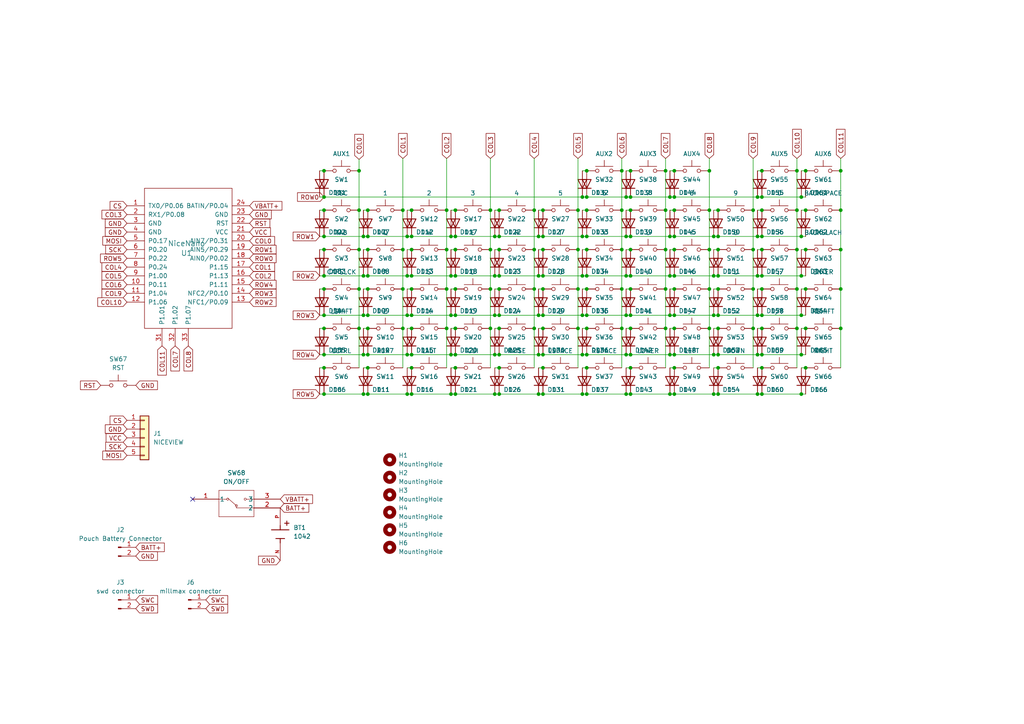
<source format=kicad_sch>
(kicad_sch (version 20250114) (generator "eeschema") (generator_version "9.0")
  (paper "A4")
  (junction (at 219.71 68.58))
  (junction (at 144.78 106.68))
  (junction (at 243.84 95.25))
  (junction (at 232.41 57.15))
  (junction (at 93.98 60.96))
  (junction (at 93.98 114.3))
  (junction (at 154.94 60.96))
  (junction (at 170.18 83.82))
  (junction (at 168.91 91.44))
  (junction (at 93.98 95.25))
  (junction (at 195.58 95.25))
  (junction (at 142.24 72.39))
  (junction (at 180.34 83.82))
  (junction (at 219.71 91.44))
  (junction (at 193.04 49.53))
  (junction (at 104.14 49.53))
  (junction (at 231.14 72.39))
  (junction (at 129.54 60.96))
  (junction (at 143.51 80.01))
  (junction (at 106.68 114.3))
  (junction (at 143.51 91.44))
  (junction (at 132.08 106.68))
  (junction (at 220.98 60.96))
  (junction (at 232.41 102.87))
  (junction (at 119.38 68.58))
  (junction (at 205.74 83.82))
  (junction (at 180.34 49.53))
  (junction (at 119.38 114.3))
  (junction (at 218.44 60.96))
  (junction (at 170.18 68.58))
  (junction (at 116.84 72.39))
  (junction (at 207.01 114.3))
  (junction (at 193.04 83.82))
  (junction (at 132.08 102.87))
  (junction (at 233.68 106.68))
  (junction (at 132.08 68.58))
  (junction (at 182.88 114.3))
  (junction (at 205.74 95.25))
  (junction (at 208.28 60.96))
  (junction (at 154.94 72.39))
  (junction (at 231.14 60.96))
  (junction (at 157.48 91.44))
  (junction (at 170.18 106.68))
  (junction (at 143.51 102.87))
  (junction (at 180.34 95.25))
  (junction (at 182.88 80.01))
  (junction (at 157.48 106.68))
  (junction (at 106.68 95.25))
  (junction (at 104.14 95.25))
  (junction (at 231.14 49.53))
  (junction (at 130.81 68.58))
  (junction (at 205.74 72.39))
  (junction (at 231.14 95.25))
  (junction (at 181.61 114.3))
  (junction (at 157.48 72.39))
  (junction (at 170.18 57.15))
  (junction (at 233.68 95.25))
  (junction (at 233.68 49.53))
  (junction (at 181.61 57.15))
  (junction (at 219.71 80.01))
  (junction (at 168.91 68.58))
  (junction (at 207.01 91.44))
  (junction (at 167.64 60.96))
  (junction (at 231.14 83.82))
  (junction (at 105.41 80.01))
  (junction (at 144.78 114.3))
  (junction (at 232.41 91.44))
  (junction (at 116.84 83.82))
  (junction (at 182.88 83.82))
  (junction (at 132.08 80.01))
  (junction (at 106.68 68.58))
  (junction (at 118.11 80.01))
  (junction (at 195.58 60.96))
  (junction (at 208.28 106.68))
  (junction (at 167.64 83.82))
  (junction (at 182.88 95.25))
  (junction (at 208.28 80.01))
  (junction (at 129.54 83.82))
  (junction (at 195.58 72.39))
  (junction (at 232.41 68.58))
  (junction (at 144.78 102.87))
  (junction (at 119.38 80.01))
  (junction (at 93.98 72.39))
  (junction (at 144.78 60.96))
  (junction (at 233.68 72.39))
  (junction (at 207.01 68.58))
  (junction (at 132.08 60.96))
  (junction (at 194.31 80.01))
  (junction (at 219.71 57.15))
  (junction (at 144.78 95.25))
  (junction (at 157.48 114.3))
  (junction (at 93.98 49.53))
  (junction (at 220.98 72.39))
  (junction (at 182.88 60.96))
  (junction (at 181.61 80.01))
  (junction (at 156.21 68.58))
  (junction (at 243.84 49.53))
  (junction (at 233.68 60.96))
  (junction (at 208.28 114.3))
  (junction (at 208.28 91.44))
  (junction (at 182.88 68.58))
  (junction (at 180.34 60.96))
  (junction (at 193.04 60.96))
  (junction (at 220.98 83.82))
  (junction (at 154.94 83.82))
  (junction (at 106.68 106.68))
  (junction (at 167.64 95.25))
  (junction (at 220.98 49.53))
  (junction (at 105.41 68.58))
  (junction (at 243.84 83.82))
  (junction (at 220.98 91.44))
  (junction (at 205.74 49.53))
  (junction (at 118.11 68.58))
  (junction (at 93.98 80.01))
  (junction (at 157.48 102.87))
  (junction (at 195.58 49.53))
  (junction (at 144.78 83.82))
  (junction (at 93.98 57.15))
  (junction (at 167.64 72.39))
  (junction (at 130.81 102.87))
  (junction (at 106.68 83.82))
  (junction (at 181.61 102.87))
  (junction (at 168.91 114.3))
  (junction (at 129.54 95.25))
  (junction (at 170.18 49.53))
  (junction (at 157.48 60.96))
  (junction (at 170.18 114.3))
  (junction (at 118.11 114.3))
  (junction (at 118.11 102.87))
  (junction (at 144.78 68.58))
  (junction (at 193.04 72.39))
  (junction (at 194.31 114.3))
  (junction (at 182.88 49.53))
  (junction (at 119.38 106.68))
  (junction (at 194.31 91.44))
  (junction (at 170.18 60.96))
  (junction (at 116.84 95.25))
  (junction (at 170.18 72.39))
  (junction (at 119.38 91.44))
  (junction (at 182.88 57.15))
  (junction (at 119.38 83.82))
  (junction (at 195.58 80.01))
  (junction (at 170.18 102.87))
  (junction (at 144.78 80.01))
  (junction (at 132.08 95.25))
  (junction (at 154.94 95.25))
  (junction (at 193.04 95.25))
  (junction (at 182.88 102.87))
  (junction (at 93.98 102.87))
  (junction (at 106.68 102.87))
  (junction (at 170.18 91.44))
  (junction (at 220.98 57.15))
  (junction (at 232.41 80.01))
  (junction (at 104.14 83.82))
  (junction (at 195.58 68.58))
  (junction (at 116.84 60.96))
  (junction (at 219.71 114.3))
  (junction (at 105.41 102.87))
  (junction (at 93.98 106.68))
  (junction (at 130.81 114.3))
  (junction (at 195.58 102.87))
  (junction (at 119.38 60.96))
  (junction (at 182.88 106.68))
  (junction (at 220.98 114.3))
  (junction (at 130.81 80.01))
  (junction (at 208.28 72.39))
  (junction (at 157.48 80.01))
  (junction (at 93.98 83.82))
  (junction (at 105.41 91.44))
  (junction (at 207.01 80.01))
  (junction (at 168.91 102.87))
  (junction (at 170.18 80.01))
  (junction (at 208.28 102.87))
  (junction (at 208.28 95.25))
  (junction (at 194.31 57.15))
  (junction (at 220.98 68.58))
  (junction (at 180.34 72.39))
  (junction (at 119.38 72.39))
  (junction (at 106.68 72.39))
  (junction (at 119.38 102.87))
  (junction (at 142.24 60.96))
  (junction (at 182.88 91.44))
  (junction (at 195.58 57.15))
  (junction (at 156.21 91.44))
  (junction (at 220.98 102.87))
  (junction (at 170.18 95.25))
  (junction (at 156.21 80.01))
  (junction (at 195.58 114.3))
  (junction (at 182.88 72.39))
  (junction (at 143.51 114.3))
  (junction (at 218.44 95.25))
  (junction (at 106.68 60.96))
  (junction (at 132.08 91.44))
  (junction (at 219.71 102.87))
  (junction (at 205.74 60.96))
  (junction (at 220.98 95.25))
  (junction (at 218.44 83.82))
  (junction (at 168.91 57.15))
  (junction (at 208.28 83.82))
  (junction (at 156.21 114.3))
  (junction (at 233.68 83.82))
  (junction (at 106.68 91.44))
  (junction (at 243.84 60.96))
  (junction (at 144.78 91.44))
  (junction (at 208.28 68.58))
  (junction (at 181.61 68.58))
  (junction (at 194.31 68.58))
  (junction (at 218.44 72.39))
  (junction (at 232.41 114.3))
  (junction (at 130.81 91.44))
  (junction (at 93.98 68.58))
  (junction (at 220.98 106.68))
  (junction (at 132.08 114.3))
  (junction (at 181.61 91.44))
  (junction (at 243.84 72.39))
  (junction (at 195.58 91.44))
  (junction (at 104.14 72.39))
  (junction (at 142.24 95.25))
  (junction (at 195.58 83.82))
  (junction (at 104.14 60.96))
  (junction (at 119.38 95.25))
  (junction (at 143.51 68.58))
  (junction (at 142.24 83.82))
  (junction (at 157.48 95.25))
  (junction (at 168.91 80.01))
  (junction (at 144.78 72.39))
  (junction (at 220.98 80.01))
  (junction (at 132.08 83.82))
  (junction (at 93.98 91.44))
  (junction (at 156.21 102.87))
  (junction (at 194.31 102.87))
  (junction (at 106.68 80.01))
  (junction (at 129.54 72.39))
  (junction (at 132.08 72.39))
  (junction (at 118.11 91.44))
  (junction (at 157.48 68.58))
  (junction (at 207.01 102.87))
  (junction (at 195.58 106.68))
  (junction (at 105.41 114.3))
  (junction (at 157.48 83.82))
  (no_connect (at 55.88 144.78))
  (wire (pts (xy 219.71 49.53) (xy 220.98 49.53)))
  (wire (pts (xy 182.88 68.58) (xy 194.31 68.58)))
  (wire (pts (xy 205.74 83.82) (xy 205.74 95.25)))
  (wire (pts (xy 195.58 114.3) (xy 207.01 114.3)))
  (wire (pts (xy 243.84 72.39) (xy 243.84 83.82)))
  (wire (pts (xy 232.41 49.53) (xy 233.68 49.53)))
  (wire (pts (xy 130.81 60.96) (xy 132.08 60.96)))
  (wire (pts (xy 193.04 45.974) (xy 193.04 49.53)))
  (wire (pts (xy 154.94 45.974) (xy 154.94 60.96)))
  (wire (pts (xy 182.88 57.15) (xy 194.31 57.15)))
  (wire (pts (xy 194.31 60.96) (xy 195.58 60.96)))
  (wire (pts (xy 105.41 114.3) (xy 106.68 114.3)))
  (wire (pts (xy 194.31 80.01) (xy 195.58 80.01)))
  (wire (pts (xy 157.48 102.87) (xy 168.91 102.87)))
  (wire (pts (xy 243.84 49.53) (xy 243.84 60.96)))
  (wire (pts (xy 231.14 83.82) (xy 231.14 95.25)))
  (wire (pts (xy 170.18 57.15) (xy 181.61 57.15)))
  (wire (pts (xy 168.91 68.58) (xy 170.18 68.58)))
  (wire (pts (xy 193.04 49.53) (xy 193.04 60.96)))
  (wire (pts (xy 106.68 102.87) (xy 118.11 102.87)))
  (wire (pts (xy 220.98 57.15) (xy 232.41 57.15)))
  (wire (pts (xy 219.71 114.3) (xy 220.98 114.3)))
  (wire (pts (xy 105.41 95.25) (xy 106.68 95.25)))
  (wire (pts (xy 219.71 68.58) (xy 220.98 68.58)))
  (wire (pts (xy 92.71 49.53) (xy 93.98 49.53)))
  (wire (pts (xy 116.84 45.974) (xy 116.84 60.96)))
  (wire (pts (xy 220.98 68.58) (xy 232.41 68.58)))
  (wire (pts (xy 92.71 60.96) (xy 93.98 60.96)))
  (wire (pts (xy 132.08 80.01) (xy 143.51 80.01)))
  (wire (pts (xy 207.01 68.58) (xy 208.28 68.58)))
  (wire (pts (xy 156.21 91.44) (xy 157.48 91.44)))
  (wire (pts (xy 93.98 102.87) (xy 105.41 102.87)))
  (wire (pts (xy 93.98 114.3) (xy 105.41 114.3)))
  (wire (pts (xy 157.48 114.3) (xy 168.91 114.3)))
  (wire (pts (xy 208.28 68.58) (xy 219.71 68.58)))
  (wire (pts (xy 232.41 83.82) (xy 233.68 83.82)))
  (wire (pts (xy 219.71 80.01) (xy 220.98 80.01)))
  (wire (pts (xy 180.34 45.974) (xy 180.34 49.53)))
  (wire (pts (xy 143.51 102.87) (xy 144.78 102.87)))
  (wire (pts (xy 232.41 57.15) (xy 233.68 57.15)))
  (wire (pts (xy 143.51 80.01) (xy 144.78 80.01)))
  (wire (pts (xy 231.14 60.96) (xy 231.14 72.39)))
  (wire (pts (xy 116.84 60.96) (xy 116.84 72.39)))
  (wire (pts (xy 119.38 102.87) (xy 130.81 102.87)))
  (wire (pts (xy 93.98 91.44) (xy 105.41 91.44)))
  (wire (pts (xy 156.21 68.58) (xy 157.48 68.58)))
  (wire (pts (xy 195.58 80.01) (xy 207.01 80.01)))
  (wire (pts (xy 180.34 49.53) (xy 180.34 60.96)))
  (wire (pts (xy 195.58 102.87) (xy 207.01 102.87)))
  (wire (pts (xy 181.61 106.68) (xy 182.88 106.68)))
  (wire (pts (xy 118.11 80.01) (xy 119.38 80.01)))
  (wire (pts (xy 118.11 95.25) (xy 119.38 95.25)))
  (wire (pts (xy 194.31 102.87) (xy 195.58 102.87)))
  (wire (pts (xy 181.61 60.96) (xy 182.88 60.96)))
  (wire (pts (xy 232.41 106.68) (xy 233.68 106.68)))
  (wire (pts (xy 167.64 95.25) (xy 167.64 106.68)))
  (wire (pts (xy 93.98 80.01) (xy 92.71 80.01)))
  (wire (pts (xy 180.34 106.68) (xy 180.34 95.25)))
  (wire (pts (xy 129.54 45.974) (xy 129.54 60.96)))
  (wire (pts (xy 205.74 45.974) (xy 205.74 49.53)))
  (wire (pts (xy 143.51 91.44) (xy 144.78 91.44)))
  (wire (pts (xy 208.28 91.44) (xy 219.71 91.44)))
  (wire (pts (xy 231.14 72.39) (xy 231.14 83.82)))
  (wire (pts (xy 207.01 80.01) (xy 208.28 80.01)))
  (wire (pts (xy 194.31 49.53) (xy 195.58 49.53)))
  (wire (pts (xy 104.14 72.39) (xy 104.14 83.82)))
  (wire (pts (xy 194.31 72.39) (xy 195.58 72.39)))
  (wire (pts (xy 194.31 91.44) (xy 195.58 91.44)))
  (wire (pts (xy 143.51 60.96) (xy 144.78 60.96)))
  (wire (pts (xy 92.71 91.44) (xy 93.98 91.44)))
  (wire (pts (xy 118.11 72.39) (xy 119.38 72.39)))
  (wire (pts (xy 181.61 91.44) (xy 182.88 91.44)))
  (wire (pts (xy 168.91 83.82) (xy 170.18 83.82)))
  (wire (pts (xy 180.34 60.96) (xy 180.34 72.39)))
  (wire (pts (xy 181.61 102.87) (xy 182.88 102.87)))
  (wire (pts (xy 105.41 60.96) (xy 106.68 60.96)))
  (wire (pts (xy 105.41 80.01) (xy 106.68 80.01)))
  (wire (pts (xy 105.41 72.39) (xy 106.68 72.39)))
  (wire (pts (xy 219.71 83.82) (xy 220.98 83.82)))
  (wire (pts (xy 232.41 80.01) (xy 233.68 80.01)))
  (wire (pts (xy 207.01 91.44) (xy 208.28 91.44)))
  (wire (pts (xy 129.54 72.39) (xy 129.54 83.82)))
  (wire (pts (xy 170.18 102.87) (xy 181.61 102.87)))
  (wire (pts (xy 194.31 114.3) (xy 195.58 114.3)))
  (wire (pts (xy 92.71 83.82) (xy 93.98 83.82)))
  (wire (pts (xy 119.38 80.01) (xy 130.81 80.01)))
  (wire (pts (xy 208.28 114.3) (xy 219.71 114.3)))
  (wire (pts (xy 181.61 72.39) (xy 182.88 72.39)))
  (wire (pts (xy 144.78 80.01) (xy 156.21 80.01)))
  (wire (pts (xy 231.14 49.53) (xy 231.14 60.96)))
  (wire (pts (xy 219.71 57.15) (xy 220.98 57.15)))
  (wire (pts (xy 170.18 68.58) (xy 181.61 68.58)))
  (wire (pts (xy 219.71 106.68) (xy 220.98 106.68)))
  (wire (pts (xy 156.21 95.25) (xy 157.48 95.25)))
  (wire (pts (xy 119.38 68.58) (xy 130.81 68.58)))
  (wire (pts (xy 157.48 80.01) (xy 168.91 80.01)))
  (wire (pts (xy 207.01 102.87) (xy 208.28 102.87)))
  (wire (pts (xy 168.91 49.53) (xy 170.18 49.53)))
  (wire (pts (xy 231.14 95.25) (xy 231.14 106.68)))
  (wire (pts (xy 231.14 45.974) (xy 231.14 49.53)))
  (wire (pts (xy 180.34 72.39) (xy 180.34 83.82)))
  (wire (pts (xy 156.21 106.68) (xy 157.48 106.68)))
  (wire (pts (xy 167.64 45.974) (xy 167.64 60.96)))
  (wire (pts (xy 181.61 49.53) (xy 182.88 49.53)))
  (wire (pts (xy 154.94 72.39) (xy 154.94 83.82)))
  (wire (pts (xy 156.21 80.01) (xy 157.48 80.01)))
  (wire (pts (xy 92.71 102.87) (xy 93.98 102.87)))
  (wire (pts (xy 156.21 83.82) (xy 157.48 83.82)))
  (wire (pts (xy 93.98 68.58) (xy 105.41 68.58)))
  (wire (pts (xy 143.51 83.82) (xy 144.78 83.82)))
  (wire (pts (xy 132.08 68.58) (xy 143.51 68.58)))
  (wire (pts (xy 130.81 106.68) (xy 132.08 106.68)))
  (wire (pts (xy 243.84 83.82) (xy 243.84 95.25)))
  (wire (pts (xy 104.14 60.96) (xy 104.14 72.39)))
  (wire (pts (xy 157.48 91.44) (xy 168.91 91.44)))
  (wire (pts (xy 170.18 91.44) (xy 181.61 91.44)))
  (wire (pts (xy 92.71 68.58) (xy 93.98 68.58)))
  (wire (pts (xy 194.31 95.25) (xy 195.58 95.25)))
  (wire (pts (xy 130.81 68.58) (xy 132.08 68.58)))
  (wire (pts (xy 142.24 72.39) (xy 142.24 83.82)))
  (wire (pts (xy 154.94 60.96) (xy 154.94 72.39)))
  (wire (pts (xy 119.38 91.44) (xy 130.81 91.44)))
  (wire (pts (xy 207.01 95.25) (xy 208.28 95.25)))
  (wire (pts (xy 181.61 57.15) (xy 182.88 57.15)))
  (wire (pts (xy 118.11 102.87) (xy 119.38 102.87)))
  (wire (pts (xy 232.41 95.25) (xy 233.68 95.25)))
  (wire (pts (xy 194.31 68.58) (xy 195.58 68.58)))
  (wire (pts (xy 193.04 95.25) (xy 193.04 106.68)))
  (wire (pts (xy 195.58 91.44) (xy 207.01 91.44)))
  (wire (pts (xy 243.84 95.25) (xy 243.84 106.68)))
  (wire (pts (xy 93.98 72.39) (xy 92.71 72.39)))
  (wire (pts (xy 181.61 83.82) (xy 182.88 83.82)))
  (wire (pts (xy 219.71 72.39) (xy 220.98 72.39)))
  (wire (pts (xy 205.74 95.25) (xy 205.74 106.68)))
  (wire (pts (xy 154.94 95.25) (xy 154.94 106.68)))
  (wire (pts (xy 92.71 57.15) (xy 93.98 57.15)))
  (wire (pts (xy 118.11 68.58) (xy 119.38 68.58)))
  (wire (pts (xy 118.11 83.82) (xy 119.38 83.82)))
  (wire (pts (xy 143.51 95.25) (xy 144.78 95.25)))
  (wire (pts (xy 207.01 72.39) (xy 208.28 72.39)))
  (wire (pts (xy 105.41 106.68) (xy 106.68 106.68)))
  (wire (pts (xy 218.44 45.974) (xy 218.44 60.96)))
  (wire (pts (xy 144.78 68.58) (xy 156.21 68.58)))
  (wire (pts (xy 143.51 72.39) (xy 144.78 72.39)))
  (wire (pts (xy 142.24 45.974) (xy 142.24 60.96)))
  (wire (pts (xy 205.74 72.39) (xy 205.74 83.82)))
  (wire (pts (xy 168.91 102.87) (xy 170.18 102.87)))
  (wire (pts (xy 181.61 68.58) (xy 182.88 68.58)))
  (wire (pts (xy 194.31 83.82) (xy 195.58 83.82)))
  (wire (pts (xy 218.44 72.39) (xy 218.44 83.82)))
  (wire (pts (xy 104.14 46.228) (xy 104.14 49.53)))
  (wire (pts (xy 218.44 60.96) (xy 218.44 72.39)))
  (wire (pts (xy 129.54 60.96) (xy 129.54 72.39)))
  (wire (pts (xy 143.51 114.3) (xy 144.78 114.3)))
  (wire (pts (xy 168.91 60.96) (xy 170.18 60.96)))
  (wire (pts (xy 104.14 95.25) (xy 104.14 106.68)))
  (wire (pts (xy 220.98 102.87) (xy 232.41 102.87)))
  (wire (pts (xy 182.88 80.01) (xy 194.31 80.01)))
  (wire (pts (xy 142.24 60.96) (xy 142.24 72.39)))
  (wire (pts (xy 167.64 83.82) (xy 167.64 95.25)))
  (wire (pts (xy 156.21 102.87) (xy 157.48 102.87)))
  (wire (pts (xy 106.68 91.44) (xy 118.11 91.44)))
  (wire (pts (xy 168.91 114.3) (xy 170.18 114.3)))
  (wire (pts (xy 219.71 60.96) (xy 220.98 60.96)))
  (wire (pts (xy 170.18 114.3) (xy 181.61 114.3)))
  (wire (pts (xy 144.78 114.3) (xy 156.21 114.3)))
  (wire (pts (xy 168.91 57.15) (xy 170.18 57.15)))
  (wire (pts (xy 144.78 102.87) (xy 156.21 102.87)))
  (wire (pts (xy 143.51 68.58) (xy 144.78 68.58)))
  (wire (pts (xy 132.08 102.87) (xy 143.51 102.87)))
  (wire (pts (xy 232.41 72.39) (xy 233.68 72.39)))
  (wire (pts (xy 105.41 83.82) (xy 106.68 83.82)))
  (wire (pts (xy 154.94 83.82) (xy 154.94 95.25)))
  (wire (pts (xy 92.71 95.25) (xy 93.98 95.25)))
  (wire (pts (xy 168.91 91.44) (xy 170.18 91.44)))
  (wire (pts (xy 116.84 72.39) (xy 116.84 83.82)))
  (wire (pts (xy 168.91 106.68) (xy 170.18 106.68)))
  (wire (pts (xy 130.81 80.01) (xy 132.08 80.01)))
  (wire (pts (xy 167.64 60.96) (xy 167.64 72.39)))
  (wire (pts (xy 220.98 114.3) (xy 232.41 114.3)))
  (wire (pts (xy 181.61 95.25) (xy 182.88 95.25)))
  (wire (pts (xy 219.71 102.87) (xy 220.98 102.87)))
  (wire (pts (xy 130.81 102.87) (xy 132.08 102.87)))
  (wire (pts (xy 168.91 72.39) (xy 170.18 72.39)))
  (wire (pts (xy 104.14 49.53) (xy 104.14 60.96)))
  (wire (pts (xy 104.14 83.82) (xy 104.14 95.25)))
  (wire (pts (xy 142.24 83.82) (xy 142.24 95.25)))
  (wire (pts (xy 105.41 68.58) (xy 106.68 68.58)))
  (wire (pts (xy 92.71 106.68) (xy 93.98 106.68)))
  (wire (pts (xy 93.98 80.01) (xy 105.41 80.01)))
  (wire (pts (xy 168.91 80.01) (xy 170.18 80.01)))
  (wire (pts (xy 106.68 68.58) (xy 118.11 68.58)))
  (wire (pts (xy 130.81 91.44) (xy 132.08 91.44)))
  (wire (pts (xy 93.98 57.15) (xy 168.91 57.15)))
  (wire (pts (xy 130.81 95.25) (xy 132.08 95.25)))
  (wire (pts (xy 92.71 114.3) (xy 93.98 114.3)))
  (wire (pts (xy 130.81 72.39) (xy 132.08 72.39)))
  (wire (pts (xy 106.68 114.3) (xy 118.11 114.3)))
  (wire (pts (xy 208.28 102.87) (xy 219.71 102.87)))
  (wire (pts (xy 130.81 114.3) (xy 132.08 114.3)))
  (wire (pts (xy 118.11 60.96) (xy 119.38 60.96)))
  (wire (pts (xy 218.44 95.25) (xy 218.44 106.68)))
  (wire (pts (xy 243.84 60.96) (xy 243.84 72.39)))
  (wire (pts (xy 129.54 83.82) (xy 129.54 95.25)))
  (wire (pts (xy 143.51 106.68) (xy 144.78 106.68)))
  (wire (pts (xy 220.98 80.01) (xy 232.41 80.01)))
  (wire (pts (xy 118.11 106.68) (xy 119.38 106.68)))
  (wire (pts (xy 207.01 83.82) (xy 208.28 83.82)))
  (wire (pts (xy 132.08 91.44) (xy 143.51 91.44)))
  (wire (pts (xy 205.74 49.53) (xy 205.74 60.96)))
  (wire (pts (xy 180.34 83.82) (xy 180.34 95.25)))
  (wire (pts (xy 232.41 102.87) (xy 233.68 102.87)))
  (wire (pts (xy 105.41 91.44) (xy 106.68 91.44)))
  (wire (pts (xy 156.21 72.39) (xy 157.48 72.39)))
  (wire (pts (xy 167.64 72.39) (xy 167.64 83.82)))
  (wire (pts (xy 168.91 95.25) (xy 170.18 95.25)))
  (wire (pts (xy 118.11 114.3) (xy 119.38 114.3)))
  (wire (pts (xy 130.81 83.82) (xy 132.08 83.82)))
  (wire (pts (xy 193.04 72.39) (xy 193.04 83.82)))
  (wire (pts (xy 220.98 91.44) (xy 232.41 91.44)))
  (wire (pts (xy 219.71 95.25) (xy 220.98 95.25)))
  (wire (pts (xy 119.38 114.3) (xy 130.81 114.3)))
  (wire (pts (xy 218.44 83.82) (xy 218.44 95.25)))
  (wire (pts (xy 182.88 114.3) (xy 194.31 114.3)))
  (wire (pts (xy 156.21 114.3) (xy 157.48 114.3)))
  (wire (pts (xy 207.01 106.68) (xy 208.28 106.68)))
  (wire (pts (xy 182.88 102.87) (xy 194.31 102.87)))
  (wire (pts (xy 195.58 57.15) (xy 219.71 57.15)))
  (wire (pts (xy 193.04 60.96) (xy 193.04 72.39)))
  (wire (pts (xy 144.78 91.44) (xy 156.21 91.44)))
  (wire (pts (xy 207.01 114.3) (xy 208.28 114.3)))
  (wire (pts (xy 207.01 60.96) (xy 208.28 60.96)))
  (wire (pts (xy 181.61 80.01) (xy 182.88 80.01)))
  (wire (pts (xy 132.08 114.3) (xy 143.51 114.3)))
  (wire (pts (xy 157.48 68.58) (xy 168.91 68.58)))
  (wire (pts (xy 232.41 114.3) (xy 233.68 114.3)))
  (wire (pts (xy 170.18 80.01) (xy 181.61 80.01)))
  (wire (pts (xy 194.31 106.68) (xy 195.58 106.68)))
  (wire (pts (xy 181.61 114.3) (xy 182.88 114.3)))
  (wire (pts (xy 232.41 68.58) (xy 233.68 68.58)))
  (wire (pts (xy 193.04 83.82) (xy 193.04 95.25)))
  (wire (pts (xy 232.41 60.96) (xy 233.68 60.96)))
  (wire (pts (xy 195.58 68.58) (xy 207.01 68.58)))
  (wire (pts (xy 116.84 95.25) (xy 116.84 106.68)))
  (wire (pts (xy 156.21 60.96) (xy 157.48 60.96)))
  (wire (pts (xy 106.68 80.01) (xy 118.11 80.01)))
  (wire (pts (xy 194.31 57.15) (xy 195.58 57.15)))
  (wire (pts (xy 219.71 91.44) (xy 220.98 91.44)))
  (wire (pts (xy 129.54 95.25) (xy 129.54 106.68)))
  (wire (pts (xy 232.41 91.44) (xy 233.68 91.44)))
  (wire (pts (xy 182.88 91.44) (xy 194.31 91.44)))
  (wire (pts (xy 243.84 45.974) (xy 243.84 49.53)))
  (wire (pts (xy 118.11 91.44) (xy 119.38 91.44)))
  (wire (pts (xy 116.84 83.82) (xy 116.84 95.25)))
  (wire (pts (xy 205.74 60.96) (xy 205.74 72.39)))
  (wire (pts (xy 208.28 80.01) (xy 219.71 80.01)))
  (wire (pts (xy 142.24 95.25) (xy 142.24 106.68)))
  (wire (pts (xy 105.41 102.87) (xy 106.68 102.87)))
  (global_label "ROW3" (shape input) (at 92.71 91.44 180) (property "Intersheetrefs" "${INTERSHEET_REFS}" (effects (hide yes))))
  (global_label "COL10" (shape input) (at 36.83 87.63 180) (property "Intersheetrefs" "${INTERSHEET_REFS}" (effects (hide yes))))
  (global_label "GND" (shape input) (at 39.37 161.29 0) (property "Intersheetrefs" "${INTERSHEET_REFS}" (effects (hide yes))))
  (global_label "COL8" (shape input) (at 54.61 100.33 270) (property "Intersheetrefs" "${INTERSHEET_REFS}" (effects (hide yes))))
  (global_label "GND" (shape input) (at 36.83 64.77 180) (property "Intersheetrefs" "${INTERSHEET_REFS}" (effects (hide yes))))
  (global_label "ROW3" (shape input) (at 72.39 85.09 0) (property "Intersheetrefs" "${INTERSHEET_REFS}" (effects (hide yes))))
  (global_label "COL8" (shape input) (at 205.74 45.974 90) (property "Intersheetrefs" "${INTERSHEET_REFS}" (effects (hide yes))))
  (global_label "COL4" (shape input) (at 36.83 77.47 180) (property "Intersheetrefs" "${INTERSHEET_REFS}" (effects (hide yes))))
  (global_label "SWC" (shape input) (at 59.69 173.99 0) (property "Intersheetrefs" "${INTERSHEET_REFS}" (effects (hide yes))))
  (global_label "RST" (shape input) (at 29.21 111.76 180) (property "Intersheetrefs" "${INTERSHEET_REFS}" (effects (hide yes))))
  (global_label "BATT+" (shape input) (at 39.37 158.75 0) (property "Intersheetrefs" "${INTERSHEET_REFS}" (effects (hide yes))))
  (global_label "COL5" (shape input) (at 36.83 80.01 180) (property "Intersheetrefs" "${INTERSHEET_REFS}" (effects (hide yes))))
  (global_label "COL9" (shape input) (at 218.44 45.974 90) (property "Intersheetrefs" "${INTERSHEET_REFS}" (effects (hide yes))))
  (global_label "VCC" (shape input) (at 36.83 127 180) (property "Intersheetrefs" "${INTERSHEET_REFS}" (effects (hide yes))))
  (global_label "COL2" (shape input) (at 72.39 80.01 0) (property "Intersheetrefs" "${INTERSHEET_REFS}" (effects (hide yes))))
  (global_label "CS" (shape input) (at 36.83 59.69 180) (property "Intersheetrefs" "${INTERSHEET_REFS}" (effects (hide yes))))
  (global_label "ROW2" (shape input) (at 72.39 87.63 0) (property "Intersheetrefs" "${INTERSHEET_REFS}" (effects (hide yes))))
  (global_label "SWC" (shape input) (at 39.37 173.99 0) (property "Intersheetrefs" "${INTERSHEET_REFS}" (effects (hide yes))))
  (global_label "COL9" (shape input) (at 36.83 85.09 180) (property "Intersheetrefs" "${INTERSHEET_REFS}" (effects (hide yes))))
  (global_label "COL0" (shape input) (at 104.14 46.228 90) (property "Intersheetrefs" "${INTERSHEET_REFS}" (effects (hide yes))))
  (global_label "COL0" (shape input) (at 72.39 69.85 0) (property "Intersheetrefs" "${INTERSHEET_REFS}" (effects (hide yes))))
  (global_label "GND" (shape input) (at 81.28 162.56 180) (property "Intersheetrefs" "${INTERSHEET_REFS}" (effects (hide yes))))
  (global_label "CS" (shape input) (at 36.83 121.92 180) (property "Intersheetrefs" "${INTERSHEET_REFS}" (effects (hide yes))))
  (global_label "SCK" (shape input) (at 36.83 72.39 180) (property "Intersheetrefs" "${INTERSHEET_REFS}" (effects (hide yes))))
  (global_label "ROW4" (shape input) (at 92.71 102.87 180) (property "Intersheetrefs" "${INTERSHEET_REFS}" (effects (hide yes))))
  (global_label "MOSI" (shape input) (at 36.83 69.85 180) (property "Intersheetrefs" "${INTERSHEET_REFS}" (effects (hide yes))))
  (global_label "ROW1" (shape input) (at 92.71 68.58 180) (property "Intersheetrefs" "${INTERSHEET_REFS}" (effects (hide yes))))
  (global_label "COL1" (shape input) (at 72.39 77.47 0) (property "Intersheetrefs" "${INTERSHEET_REFS}" (effects (hide yes))))
  (global_label "COL6" (shape input) (at 36.83 82.55 180) (property "Intersheetrefs" "${INTERSHEET_REFS}" (effects (hide yes))))
  (global_label "COL7" (shape input) (at 50.8 100.33 270) (property "Intersheetrefs" "${INTERSHEET_REFS}" (effects (hide yes))))
  (global_label "VBATT+" (shape input) (at 72.39 59.69 0) (property "Intersheetrefs" "${INTERSHEET_REFS}" (effects (hide yes))))
  (global_label "VCC" (shape input) (at 72.39 67.31 0) (property "Intersheetrefs" "${INTERSHEET_REFS}" (effects (hide yes))))
  (global_label "COL4" (shape input) (at 154.94 45.974 90) (property "Intersheetrefs" "${INTERSHEET_REFS}" (effects (hide yes))))
  (global_label "GND" (shape input) (at 36.83 67.31 180) (property "Intersheetrefs" "${INTERSHEET_REFS}" (effects (hide yes))))
  (global_label "COL6" (shape input) (at 180.34 45.974 90) (property "Intersheetrefs" "${INTERSHEET_REFS}" (effects (hide yes))))
  (global_label "GND" (shape input) (at 36.83 124.46 180) (property "Intersheetrefs" "${INTERSHEET_REFS}" (effects (hide yes))))
  (global_label "ROW1" (shape input) (at 72.39 72.39 0) (property "Intersheetrefs" "${INTERSHEET_REFS}" (effects (hide yes))))
  (global_label "ROW0" (shape input) (at 93.98 57.15 180) (property "Intersheetrefs" "${INTERSHEET_REFS}" (effects (hide yes))))
  (global_label "SWD" (shape input) (at 59.69 176.53 0) (property "Intersheetrefs" "${INTERSHEET_REFS}" (effects (hide yes))))
  (global_label "RST" (shape input) (at 72.39 64.77 0) (property "Intersheetrefs" "${INTERSHEET_REFS}" (effects (hide yes))))
  (global_label "ROW4" (shape input) (at 72.39 82.55 0) (property "Intersheetrefs" "${INTERSHEET_REFS}" (effects (hide yes))))
  (global_label "ROW2" (shape input) (at 92.71 80.01 180) (property "Intersheetrefs" "${INTERSHEET_REFS}" (effects (hide yes))))
  (global_label "COL1" (shape input) (at 116.84 45.974 90) (property "Intersheetrefs" "${INTERSHEET_REFS}" (effects (hide yes))))
  (global_label "COL11" (shape input) (at 243.84 45.974 90) (property "Intersheetrefs" "${INTERSHEET_REFS}" (effects (hide yes))))
  (global_label "MOSI" (shape input) (at 36.83 132.08 180) (property "Intersheetrefs" "${INTERSHEET_REFS}" (effects (hide yes))))
  (global_label "GND" (shape input) (at 72.39 62.23 0) (property "Intersheetrefs" "${INTERSHEET_REFS}" (effects (hide yes))))
  (global_label "ROW0" (shape input) (at 72.39 74.93 0) (property "Intersheetrefs" "${INTERSHEET_REFS}" (effects (hide yes))))
  (global_label "COL7" (shape input) (at 193.04 45.974 90) (property "Intersheetrefs" "${INTERSHEET_REFS}" (effects (hide yes))))
  (global_label "COL3" (shape input) (at 36.83 62.23 180) (property "Intersheetrefs" "${INTERSHEET_REFS}" (effects (hide yes))))
  (global_label "GND" (shape input) (at 39.37 111.76 0) (property "Intersheetrefs" "${INTERSHEET_REFS}" (effects (hide yes))))
  (global_label "COL5" (shape input) (at 167.64 45.974 90) (property "Intersheetrefs" "${INTERSHEET_REFS}" (effects (hide yes))))
  (global_label "ROW5" (shape input) (at 92.71 114.3 180) (property "Intersheetrefs" "${INTERSHEET_REFS}" (effects (hide yes))))
  (global_label "COL11" (shape input) (at 46.99 100.33 270) (property "Intersheetrefs" "${INTERSHEET_REFS}" (effects (hide yes))))
  (global_label "SCK" (shape input) (at 36.83 129.54 180) (property "Intersheetrefs" "${INTERSHEET_REFS}" (effects (hide yes))))
  (global_label "ROW5" (shape input) (at 36.83 74.93 180) (property "Intersheetrefs" "${INTERSHEET_REFS}" (effects (hide yes))))
  (global_label "VBATT+" (shape input) (at 81.28 144.78 0) (property "Intersheetrefs" "${INTERSHEET_REFS}" (effects (hide yes))))
  (global_label "BATT+" (shape input) (at 81.28 147.32 0) (property "Intersheetrefs" "${INTERSHEET_REFS}" (effects (hide yes))))
  (global_label "COL3" (shape input) (at 142.24 45.974 90) (property "Intersheetrefs" "${INTERSHEET_REFS}" (effects (hide yes))))
  (global_label "COL2" (shape input) (at 129.54 45.974 90) (property "Intersheetrefs" "${INTERSHEET_REFS}" (effects (hide yes))))
  (global_label "SWD" (shape input) (at 39.37 176.53 0) (property "Intersheetrefs" "${INTERSHEET_REFS}" (effects (hide yes))))
  (global_label "COL10" (shape input) (at 231.14 45.974 90) (property "Intersheetrefs" "${INTERSHEET_REFS}" (effects (hide yes))))
  (symbol (lib_id "Diode:1N4148W") (at 130.81 64.77 90) (unit 1)
    (property "Reference" "D117" (at 133.35 67.31 90) (effects (justify right)))
    (property "Value" "1N4148" (effects (hide yes)))
    (property "Footprint" "Diode_SMD:D_SOD-123" (effects (hide yes)))
    (property "Datasheet" "https://www.vishay.com/docs/85748/1n4148w.pdf" (effects (hide yes)))
    (property "Description" "75V 0.15A Fast Switching Diode, SOD-123" (effects (hide yes)))
    (property "Sim.Device" "D" (effects (hide yes)))
    (property "Sim.Pins" "1=K 2=A" (effects (hide yes)))
  )
  (symbol (lib_id "Diode:1N4148W") (at 156.21 76.2 90) (unit 1)
    (property "Reference" "D128" (at 158.75 78.74 90) (effects (justify right)))
    (property "Value" "1N4148" (effects (hide yes)))
    (property "Footprint" "Diode_SMD:D_SOD-123" (effects (hide yes)))
    (property "Datasheet" "https://www.vishay.com/docs/85748/1n4148w.pdf" (effects (hide yes)))
    (property "Description" "75V 0.15A Fast Switching Diode, SOD-123" (effects (hide yes)))
    (property "Sim.Device" "D" (effects (hide yes)))
    (property "Sim.Pins" "1=K 2=A" (effects (hide yes)))
  )
  (symbol (lib_id "Diode:1N4148W") (at 181.61 87.63 90) (unit 1)
    (property "Reference" "D141" (at 184.15 90.17 90) (effects (justify right)))
    (property "Value" "1N4148" (effects (hide yes)))
    (property "Footprint" "Diode_SMD:D_SOD-123" (effects (hide yes)))
    (property "Datasheet" "https://www.vishay.com/docs/85748/1n4148w.pdf" (effects (hide yes)))
    (property "Description" "75V 0.15A Fast Switching Diode, SOD-123" (effects (hide yes)))
    (property "Sim.Device" "D" (effects (hide yes)))
    (property "Sim.Pins" "1=K 2=A" (effects (hide yes)))
  )
  (symbol (lib_id "Diode:1N4148W") (at 207.01 87.63 90) (unit 1)
    (property "Reference" "D152" (at 209.55 90.17 90) (effects (justify right)))
    (property "Value" "1N4148" (effects (hide yes)))
    (property "Footprint" "Diode_SMD:D_SOD-123" (effects (hide yes)))
    (property "Datasheet" "https://www.vishay.com/docs/85748/1n4148w.pdf" (effects (hide yes)))
    (property "Description" "75V 0.15A Fast Switching Diode, SOD-123" (effects (hide yes)))
    (property "Sim.Device" "D" (effects (hide yes)))
    (property "Sim.Pins" "1=K 2=A" (effects (hide yes)))
  )
  (symbol (lib_id "Diode:1N4148") (at 208.28 76.2 90) (unit 1)
    (property "Reference" "D51" (at 210.82 78.74 90) (effects (justify right)))
    (property "Value" "1N4148" (effects (hide yes)))
    (property "Footprint" "Diode_THT:D_DO-35_SOD27_P7.62mm_Horizontal" (effects (hide yes)))
    (property "Datasheet" "https://assets.nexperia.com/documents/data-sheet/1N4148_1N4448.pdf" (effects (hide yes)))
    (property "Description" "100V 0.15A standard switching diode, DO-35" (effects (hide yes)))
    (property "Sim.Device" "D" (effects (hide yes)))
    (property "Sim.Pins" "1=K 2=A" (effects (hide yes)))
  )
  (symbol (lib_id "Diode:1N4148") (at 208.28 110.49 90) (unit 1)
    (property "Reference" "D54" (at 210.82 113.03 90) (effects (justify right)))
    (property "Value" "1N4148" (effects (hide yes)))
    (property "Footprint" "Diode_THT:D_DO-35_SOD27_P7.62mm_Horizontal" (effects (hide yes)))
    (property "Datasheet" "https://assets.nexperia.com/documents/data-sheet/1N4148_1N4448.pdf" (effects (hide yes)))
    (property "Description" "100V 0.15A standard switching diode, DO-35" (effects (hide yes)))
    (property "Sim.Device" "D" (effects (hide yes)))
    (property "Sim.Pins" "1=K 2=A" (effects (hide yes)))
  )
  (symbol (lib_id "Diode:1N4148") (at 119.38 110.49 90) (unit 1)
    (property "Reference" "D16" (at 121.92 113.03 90) (effects (justify right)))
    (property "Value" "1N4148" (effects (hide yes)))
    (property "Footprint" "Diode_THT:D_DO-35_SOD27_P7.62mm_Horizontal" (effects (hide yes)))
    (property "Datasheet" "https://assets.nexperia.com/documents/data-sheet/1N4148_1N4448.pdf" (effects (hide yes)))
    (property "Description" "100V 0.15A standard switching diode, DO-35" (effects (hide yes)))
    (property "Sim.Device" "D" (effects (hide yes)))
    (property "Sim.Pins" "1=K 2=A" (effects (hide yes)))
  )
  (symbol (lib_id "Switch:SW_Push") (at 187.96 95.25 0) (unit 1)
    (property "Reference" "SW42" (at 187.96 97.79 0))
    (property "Value" "M" (at 187.96 90.3224 0))
    (property "Footprint" "MX_Hotswap:MX-Hotswap-1U" (effects (hide yes)))
  )
  (symbol (lib_id "Diode:1N4148W") (at 143.51 76.2 90) (unit 1)
    (property "Reference" "D123" (at 146.05 78.74 90) (effects (justify right)))
    (property "Value" "1N4148" (effects (hide yes)))
    (property "Footprint" "Diode_SMD:D_SOD-123" (effects (hide yes)))
    (property "Datasheet" "https://www.vishay.com/docs/85748/1n4148w.pdf" (effects (hide yes)))
    (property "Description" "75V 0.15A Fast Switching Diode, SOD-123" (effects (hide yes)))
    (property "Sim.Device" "D" (effects (hide yes)))
    (property "Sim.Pins" "1=K 2=A" (effects (hide yes)))
  )
  (symbol (lib_id "Switch:SW_Push") (at 149.86 83.82 0) (unit 1)
    (property "Reference" "SW24" (at 149.86 86.36 0))
    (property "Value" "F" (at 149.86 78.8924 0))
    (property "Footprint" "MX_Hotswap:MX-Hotswap-1U" (effects (hide yes)))
  )
  (symbol (lib_id "Diode:1N4148W") (at 105.41 110.49 90) (unit 1)
    (property "Reference" "D111" (at 107.95 113.03 90) (effects (justify right)))
    (property "Value" "1N4148" (effects (hide yes)))
    (property "Footprint" "Diode_SMD:D_SOD-123" (effects (hide yes)))
    (property "Datasheet" "https://www.vishay.com/docs/85748/1n4148w.pdf" (effects (hide yes)))
    (property "Description" "75V 0.15A Fast Switching Diode, SOD-123" (effects (hide yes)))
    (property "Sim.Device" "D" (effects (hide yes)))
    (property "Sim.Pins" "1=K 2=A" (effects (hide yes)))
  )
  (symbol (lib_id "Mechanical:MountingHole") (at 113.03 148.59 0) (unit 1) (in_bom no)
    (property "Reference" "H4" (at 115.57 147.3199 0) (effects (justify left)))
    (property "Value" "MountingHole" (at 115.57 149.8599 0) (effects (justify left)))
    (property "Footprint" "MountingHole:MountingHole_2.7mm_M2.5" (effects (hide yes)))
    (property "Description" "Mounting Hole without connection" (effects (hide yes)))
  )
  (symbol (lib_id "Diode:1N4148") (at 132.08 87.63 90) (unit 1)
    (property "Reference" "D19" (at 134.62 90.17 90) (effects (justify right)))
    (property "Value" "1N4148" (effects (hide yes)))
    (property "Footprint" "Diode_THT:D_DO-35_SOD27_P7.62mm_Horizontal" (effects (hide yes)))
    (property "Datasheet" "https://assets.nexperia.com/documents/data-sheet/1N4148_1N4448.pdf" (effects (hide yes)))
    (property "Description" "100V 0.15A standard switching diode, DO-35" (effects (hide yes)))
    (property "Sim.Device" "D" (effects (hide yes)))
    (property "Sim.Pins" "1=K 2=A" (effects (hide yes)))
  )
  (symbol (lib_id "Switch:SW_Push") (at 111.76 72.39 0) (unit 1)
    (property "Reference" "SW8" (at 111.76 74.93 0))
    (property "Value" "Q" (at 111.76 67.4624 0))
    (property "Footprint" "MX_Hotswap:MX-Hotswap-1U" (effects (hide yes)))
  )
  (symbol (lib_id "Diode:1N4148") (at 106.68 99.06 90) (unit 1)
    (property "Reference" "D10" (at 109.22 101.6 90) (effects (justify right)))
    (property "Value" "1N4148" (effects (hide yes)))
    (property "Footprint" "Diode_THT:D_DO-35_SOD27_P7.62mm_Horizontal" (effects (hide yes)))
    (property "Datasheet" "https://assets.nexperia.com/documents/data-sheet/1N4148_1N4448.pdf" (effects (hide yes)))
    (property "Description" "100V 0.15A standard switching diode, DO-35" (effects (hide yes)))
    (property "Sim.Device" "D" (effects (hide yes)))
    (property "Sim.Pins" "1=K 2=A" (effects (hide yes)))
  )
  (symbol (lib_id "Connector:Conn_01x02_Pin") (at 34.29 173.99 0) (unit 1)
    (property "Reference" "J3" (at 34.925 168.91 0))
    (property "Value" "swd connector" (at 34.925 171.45 0))
    (property "Footprint" "Connector_PinHeader_2.54mm:PinHeader_1x02_P2.54mm_Horizontal" (effects (hide yes)))
    (property "Description" "Generic connector, single row, 01x02, script generated" (effects (hide yes)))
  )
  (symbol (lib_id "Switch:SW_Push") (at 238.76 106.68 0) (unit 1)
    (property "Reference" "SW66" (at 238.76 109.22 0))
    (property "Value" "RIGHT" (at 238.76 101.7524 0))
    (property "Footprint" "MX_Hotswap:MX-Hotswap-1U" (effects (hide yes)))
  )
  (symbol (lib_id "Diode:1N4148") (at 144.78 76.2 90) (unit 1)
    (property "Reference" "D23" (at 147.32 78.74 90) (effects (justify right)))
    (property "Value" "1N4148" (effects (hide yes)))
    (property "Footprint" "Diode_THT:D_DO-35_SOD27_P7.62mm_Horizontal" (effects (hide yes)))
    (property "Datasheet" "https://assets.nexperia.com/documents/data-sheet/1N4148_1N4448.pdf" (effects (hide yes)))
    (property "Description" "100V 0.15A standard switching diode, DO-35" (effects (hide yes)))
    (property "Sim.Device" "D" (effects (hide yes)))
    (property "Sim.Pins" "1=K 2=A" (effects (hide yes)))
  )
  (symbol (lib_id "Switch:SW_Push") (at 111.76 95.25 0) (unit 1)
    (property "Reference" "SW10" (at 111.76 97.79 0))
    (property "Value" "Z" (at 111.76 90.3224 0))
    (property "Footprint" "MX_Hotswap:MX-Hotswap-1U" (effects (hide yes)))
  )
  (symbol (lib_id "Switch:SW_Push") (at 213.36 60.96 0) (unit 1)
    (property "Reference" "SW50" (at 213.36 63.5 0))
    (property "Value" "9" (at 213.36 56.0324 0))
    (property "Footprint" "MX_Hotswap:MX-Hotswap-1U" (effects (hide yes)))
  )
  (symbol (lib_id "Diode:1N4148W") (at 168.91 64.77 90) (unit 1)
    (property "Reference" "D133" (at 171.45 67.31 90) (effects (justify right)))
    (property "Value" "1N4148" (effects (hide yes)))
    (property "Footprint" "Diode_SMD:D_SOD-123" (effects (hide yes)))
    (property "Datasheet" "https://www.vishay.com/docs/85748/1n4148w.pdf" (effects (hide yes)))
    (property "Description" "75V 0.15A Fast Switching Diode, SOD-123" (effects (hide yes)))
    (property "Sim.Device" "D" (effects (hide yes)))
    (property "Sim.Pins" "1=K 2=A" (effects (hide yes)))
  )
  (symbol (lib_id "Switch:SW_Push") (at 99.06 95.25 0) (unit 1)
    (property "Reference" "SW5" (at 99.06 97.79 0))
    (property "Value" "LSHIFT" (at 99.06 90.3224 0))
    (property "Footprint" "MX_Hotswap:MX-Hotswap-1U" (effects (hide yes)))
  )
  (symbol (lib_id "Diode:1N4148W") (at 156.21 110.49 90) (unit 1)
    (property "Reference" "D131" (at 158.75 113.03 90) (effects (justify right)))
    (property "Value" "1N4148" (effects (hide yes)))
    (property "Footprint" "Diode_SMD:D_SOD-123" (effects (hide yes)))
    (property "Datasheet" "https://www.vishay.com/docs/85748/1n4148w.pdf" (effects (hide yes)))
    (property "Description" "75V 0.15A Fast Switching Diode, SOD-123" (effects (hide yes)))
    (property "Sim.Device" "D" (effects (hide yes)))
    (property "Sim.Pins" "1=K 2=A" (effects (hide yes)))
  )
  (symbol (lib_id "Diode:1N4148") (at 233.68 110.49 90) (unit 1)
    (property "Reference" "D66" (at 236.22 113.03 90) (effects (justify right)))
    (property "Value" "1N4148" (effects (hide yes)))
    (property "Footprint" "Diode_THT:D_DO-35_SOD27_P7.62mm_Horizontal" (effects (hide yes)))
    (property "Datasheet" "https://assets.nexperia.com/documents/data-sheet/1N4148_1N4448.pdf" (effects (hide yes)))
    (property "Description" "100V 0.15A standard switching diode, DO-35" (effects (hide yes)))
    (property "Sim.Device" "D" (effects (hide yes)))
    (property "Sim.Pins" "1=K 2=A" (effects (hide yes)))
  )
  (symbol (lib_id "Diode:1N4148W") (at 194.31 110.49 90) (unit 1)
    (property "Reference" "D149" (at 196.85 113.03 90) (effects (justify right)))
    (property "Value" "1N4148" (effects (hide yes)))
    (property "Footprint" "Diode_SMD:D_SOD-123" (effects (hide yes)))
    (property "Datasheet" "https://www.vishay.com/docs/85748/1n4148w.pdf" (effects (hide yes)))
    (property "Description" "75V 0.15A Fast Switching Diode, SOD-123" (effects (hide yes)))
    (property "Sim.Device" "D" (effects (hide yes)))
    (property "Sim.Pins" "1=K 2=A" (effects (hide yes)))
  )
  (symbol (lib_id "Switch:SW_Push") (at 187.96 60.96 0) (unit 1)
    (property "Reference" "SW39" (at 187.96 63.5 0))
    (property "Value" "7" (at 187.96 56.0324 0))
    (property "Footprint" "MX_Hotswap:MX-Hotswap-1U" (effects (hide yes)))
  )
  (symbol (lib_id "Diode:1N4148") (at 182.88 53.34 90) (unit 1)
    (property "Reference" "D38" (at 185.42 55.88 90) (effects (justify right)))
    (property "Value" "1N4148" (effects (hide yes)))
    (property "Footprint" "Diode_THT:D_DO-35_SOD27_P7.62mm_Horizontal" (effects (hide yes)))
    (property "Datasheet" "https://assets.nexperia.com/documents/data-sheet/1N4148_1N4448.pdf" (effects (hide yes)))
    (property "Description" "100V 0.15A standard switching diode, DO-35" (effects (hide yes)))
    (property "Sim.Device" "D" (effects (hide yes)))
    (property "Sim.Pins" "1=K 2=A" (effects (hide yes)))
  )
  (symbol (lib_id "Switch:SW_Push") (at 99.06 60.96 0) (unit 1)
    (property "Reference" "SW2" (at 99.06 63.5 0))
    (property "Value" "ESC" (at 99.06 56.0324 0))
    (property "Footprint" "MX_Hotswap:MX-Hotswap-1U" (effects (hide yes)))
  )
  (symbol (lib_id "Diode:1N4148") (at 195.58 99.06 90) (unit 1)
    (property "Reference" "D48" (at 198.12 101.6 90) (effects (justify right)))
    (property "Value" "1N4148" (effects (hide yes)))
    (property "Footprint" "Diode_THT:D_DO-35_SOD27_P7.62mm_Horizontal" (effects (hide yes)))
    (property "Datasheet" "https://assets.nexperia.com/documents/data-sheet/1N4148_1N4448.pdf" (effects (hide yes)))
    (property "Description" "100V 0.15A standard switching diode, DO-35" (effects (hide yes)))
    (property "Sim.Device" "D" (effects (hide yes)))
    (property "Sim.Pins" "1=K 2=A" (effects (hide yes)))
  )
  (symbol (lib_id "Diode:1N4148") (at 170.18 64.77 90) (unit 1)
    (property "Reference" "D33" (at 172.72 67.31 90) (effects (justify right)))
    (property "Value" "1N4148" (effects (hide yes)))
    (property "Footprint" "Diode_THT:D_DO-35_SOD27_P7.62mm_Horizontal" (effects (hide yes)))
    (property "Datasheet" "https://assets.nexperia.com/documents/data-sheet/1N4148_1N4448.pdf" (effects (hide yes)))
    (property "Description" "100V 0.15A standard switching diode, DO-35" (effects (hide yes)))
    (property "Sim.Device" "D" (effects (hide yes)))
    (property "Sim.Pins" "1=K 2=A" (effects (hide yes)))
  )
  (symbol (lib_id "Diode:1N4148W") (at 143.51 64.77 90) (unit 1)
    (property "Reference" "D122" (at 146.05 67.31 90) (effects (justify right)))
    (property "Value" "1N4148" (effects (hide yes)))
    (property "Footprint" "Diode_SMD:D_SOD-123" (effects (hide yes)))
    (property "Datasheet" "https://www.vishay.com/docs/85748/1n4148w.pdf" (effects (hide yes)))
    (property "Description" "75V 0.15A Fast Switching Diode, SOD-123" (effects (hide yes)))
    (property "Sim.Device" "D" (effects (hide yes)))
    (property "Sim.Pins" "1=K 2=A" (effects (hide yes)))
  )
  (symbol (lib_id "Diode:1N4148W") (at 207.01 110.49 90) (unit 1)
    (property "Reference" "D154" (at 209.55 113.03 90) (effects (justify right)))
    (property "Value" "1N4148" (effects (hide yes)))
    (property "Footprint" "Diode_SMD:D_SOD-123" (effects (hide yes)))
    (property "Datasheet" "https://www.vishay.com/docs/85748/1n4148w.pdf" (effects (hide yes)))
    (property "Description" "75V 0.15A Fast Switching Diode, SOD-123" (effects (hide yes)))
    (property "Sim.Device" "D" (effects (hide yes)))
    (property "Sim.Pins" "1=K 2=A" (effects (hide yes)))
  )
  (symbol (lib_id "Switch:SW_Push") (at 226.06 72.39 0) (unit 1)
    (property "Reference" "SW57" (at 226.06 74.93 0))
    (property "Value" "P" (at 226.06 67.4624 0))
    (property "Footprint" "MX_Hotswap:MX-Hotswap-1U" (effects (hide yes)))
  )
  (symbol (lib_id "Diode:1N4148W") (at 219.71 99.06 90) (unit 1)
    (property "Reference" "D159" (at 222.25 101.6 90) (effects (justify right)))
    (property "Value" "1N4148" (effects (hide yes)))
    (property "Footprint" "Diode_SMD:D_SOD-123" (effects (hide yes)))
    (property "Datasheet" "https://www.vishay.com/docs/85748/1n4148w.pdf" (effects (hide yes)))
    (property "Description" "75V 0.15A Fast Switching Diode, SOD-123" (effects (hide yes)))
    (property "Sim.Device" "D" (effects (hide yes)))
    (property "Sim.Pins" "1=K 2=A" (effects (hide yes)))
  )
  (symbol (lib_id "Switch:SW_Push") (at 226.06 95.25 0) (unit 1)
    (property "Reference" "SW59" (at 226.06 97.79 0))
    (property "Value" "/?" (at 226.06 90.3224 0))
    (property "Footprint" "MX_Hotswap:MX-Hotswap-1U" (effects (hide yes)))
  )
  (symbol (lib_id "Switch:SW_Push") (at 111.76 83.82 0) (unit 1)
    (property "Reference" "SW9" (at 111.76 86.36 0))
    (property "Value" "A" (at 111.76 78.8924 0))
    (property "Footprint" "MX_Hotswap:MX-Hotswap-1U" (effects (hide yes)))
  )
  (symbol (lib_id "Diode:1N4148") (at 233.68 64.77 90) (unit 1)
    (property "Reference" "D62" (at 236.22 67.31 90) (effects (justify right)))
    (property "Value" "1N4148" (effects (hide yes)))
    (property "Footprint" "Diode_THT:D_DO-35_SOD27_P7.62mm_Horizontal" (effects (hide yes)))
    (property "Datasheet" "https://assets.nexperia.com/documents/data-sheet/1N4148_1N4448.pdf" (effects (hide yes)))
    (property "Description" "100V 0.15A standard switching diode, DO-35" (effects (hide yes)))
    (property "Sim.Device" "D" (effects (hide yes)))
    (property "Sim.Pins" "1=K 2=A" (effects (hide yes)))
  )
  (symbol (lib_id "Switch:SW_Push") (at 137.16 60.96 0) (unit 1)
    (property "Reference" "SW17" (at 137.16 63.5 0))
    (property "Value" "3" (at 137.16 56.0324 0))
    (property "Footprint" "MX_Hotswap:MX-Hotswap-1U" (effects (hide yes)))
  )
  (symbol (lib_id "Diode:1N4148W") (at 168.91 53.34 90) (unit 1)
    (property "Reference" "D132" (at 171.45 55.88 90) (effects (justify right)))
    (property "Value" "1N4148" (effects (hide yes)))
    (property "Footprint" "Diode_SMD:D_SOD-123" (effects (hide yes)))
    (property "Datasheet" "https://www.vishay.com/docs/85748/1n4148w.pdf" (effects (hide yes)))
    (property "Description" "75V 0.15A Fast Switching Diode, SOD-123" (effects (hide yes)))
    (property "Sim.Device" "D" (effects (hide yes)))
    (property "Sim.Pins" "1=K 2=A" (effects (hide yes)))
  )
  (symbol (lib_id "Switch:SW_Push") (at 226.06 60.96 0) (unit 1)
    (property "Reference" "SW56" (at 226.06 63.5 0))
    (property "Value" "0" (at 226.06 56.0324 0))
    (property "Footprint" "MX_Hotswap:MX-Hotswap-1U" (effects (hide yes)))
  )
  (symbol (lib_id "Diode:1N4148W") (at 118.11 76.2 90) (unit 1)
    (property "Reference" "D113" (at 120.65 78.74 90) (effects (justify right)))
    (property "Value" "1N4148" (effects (hide yes)))
    (property "Footprint" "Diode_SMD:D_SOD-123" (effects (hide yes)))
    (property "Datasheet" "https://www.vishay.com/docs/85748/1n4148w.pdf" (effects (hide yes)))
    (property "Description" "75V 0.15A Fast Switching Diode, SOD-123" (effects (hide yes)))
    (property "Sim.Device" "D" (effects (hide yes)))
    (property "Sim.Pins" "1=K 2=A" (effects (hide yes)))
  )
  (symbol (lib_id "Connector:Conn_01x02_Pin") (at 54.61 173.99 0) (unit 1)
    (property "Reference" "J6" (at 55.245 168.91 0))
    (property "Value" "millmax connector" (at 55.245 171.45 0))
    (property "Footprint" "Connector_PinHeader_2.54mm:PinHeader_1x02_P2.54mm_Vertical" (effects (hide yes)))
    (property "Description" "Generic connector, single row, 01x02, script generated" (effects (hide yes)))
    (property "note" "try to find part number 8212200210001101  millmax spring loaded pins" (effects (hide yes)))
  )
  (symbol (lib_id "Diode:1N4148W") (at 143.51 87.63 90) (unit 1)
    (property "Reference" "D124" (at 146.05 90.17 90) (effects (justify right)))
    (property "Value" "1N4148" (effects (hide yes)))
    (property "Footprint" "Diode_SMD:D_SOD-123" (effects (hide yes)))
    (property "Datasheet" "https://www.vishay.com/docs/85748/1n4148w.pdf" (effects (hide yes)))
    (property "Description" "75V 0.15A Fast Switching Diode, SOD-123" (effects (hide yes)))
    (property "Sim.Device" "D" (effects (hide yes)))
    (property "Sim.Pins" "1=K 2=A" (effects (hide yes)))
  )
  (symbol (lib_id "Mechanical:MountingHole") (at 113.03 133.35 0) (unit 1) (in_bom no)
    (property "Reference" "H1" (at 115.57 132.0799 0) (effects (justify left)))
    (property "Value" "MountingHole" (at 115.57 134.6199 0) (effects (justify left)))
    (property "Footprint" "MountingHole:MountingHole_2.7mm_M2.5" (effects (hide yes)))
    (property "Description" "Mounting Hole without connection" (effects (hide yes)))
  )
  (symbol (lib_id "Diode:1N4148") (at 233.68 87.63 90) (unit 1)
    (property "Reference" "D64" (at 236.22 90.17 90) (effects (justify right)))
    (property "Value" "1N4148" (effects (hide yes)))
    (property "Footprint" "Diode_THT:D_DO-35_SOD27_P7.62mm_Horizontal" (effects (hide yes)))
    (property "Datasheet" "https://assets.nexperia.com/documents/data-sheet/1N4148_1N4448.pdf" (effects (hide yes)))
    (property "Description" "100V 0.15A standard switching diode, DO-35" (effects (hide yes)))
    (property "Sim.Device" "D" (effects (hide yes)))
    (property "Sim.Pins" "1=K 2=A" (effects (hide yes)))
  )
  (symbol (lib_id "Switch:SW_Push") (at 99.06 106.68 0) (unit 1)
    (property "Reference" "SW6" (at 99.06 109.22 0))
    (property "Value" "LCTRL" (at 99.06 101.7524 0))
    (property "Footprint" "MX_Hotswap:MX-Hotswap-1U" (effects (hide yes)))
  )
  (symbol (lib_id "Diode:1N4148W") (at 92.71 53.34 90) (unit 1)
    (property "Reference" "D101" (at 95.25 55.88 90) (effects (justify right)))
    (property "Value" "1N4148" (effects (hide yes)))
    (property "Footprint" "Diode_SMD:D_SOD-123" (effects (hide yes)))
    (property "Datasheet" "https://www.vishay.com/docs/85748/1n4148w.pdf" (effects (hide yes)))
    (property "Description" "75V 0.15A Fast Switching Diode, SOD-123" (effects (hide yes)))
    (property "Sim.Device" "D" (effects (hide yes)))
    (property "Sim.Pins" "1=K 2=A" (effects (hide yes)))
  )
  (symbol (lib_id "1043:1043P") (at 81.28 154.94 270) (unit 1)
    (property "Reference" "BT1" (at 85.09 153.0349 90) (effects (justify left)))
    (property "Value" "1042" (at 85.09 155.5749 90) (effects (justify left)))
    (property "Footprint" "1043P:BAT_1043P" (effects (hide yes)))
    (property "MF" "Keystone Electronics" (effects (hide yes)))
    (property "MAXIMUM_PACKAGE_HEIGHT" "15.11mm" (effects (hide yes)))
    (property "Package" "NON STANDARD-5 Keystone" (effects (hide yes)))
    (property "Price" "None" (effects (hide yes)))
    (property "Check_prices" "https://www.snapeda.com/parts/1042/Keystone/view-part/?ref=eda" (effects (hide yes)))
    (property "STANDARD" "Manufacturer Recommendations" (effects (hide yes)))
    (property "PARTREV" "D" (effects (hide yes)))
    (property "SnapEDA_Link" "https://www.snapeda.com/parts/1042/Keystone/view-part/?ref=snap" (effects (hide yes)))
    (property "MP" "1042" (effects (hide yes)))
    (property "Description_1" "Battery Holder (Open) 18650 1 Cell SMD (SMT) Tab" (effects (hide yes)))
    (property "SNAPEDA_PN" "1043P" (effects (hide yes)))
    (property "Availability" "In Stock" (effects (hide yes)))
    (property "MANUFACTURER" "Keystone" (effects (hide yes)))
  )
  (symbol (lib_id "Diode:1N4148W") (at 181.61 53.34 90) (unit 1)
    (property "Reference" "D138" (at 184.15 55.88 90) (effects (justify right)))
    (property "Value" "1N4148" (effects (hide yes)))
    (property "Footprint" "Diode_SMD:D_SOD-123" (effects (hide yes)))
    (property "Datasheet" "https://www.vishay.com/docs/85748/1n4148w.pdf" (effects (hide yes)))
    (property "Description" "75V 0.15A Fast Switching Diode, SOD-123" (effects (hide yes)))
    (property "Sim.Device" "D" (effects (hide yes)))
    (property "Sim.Pins" "1=K 2=A" (effects (hide yes)))
  )
  (symbol (lib_id "Switch:SW_Push") (at 226.06 83.82 0) (unit 1)
    (property "Reference" "SW58" (at 226.06 86.36 0))
    (property "Value" ";:" (at 226.06 78.8924 0))
    (property "Footprint" "MX_Hotswap:MX-Hotswap-1U" (effects (hide yes)))
  )
  (symbol (lib_id "Diode:1N4148W") (at 143.51 99.06 90) (unit 1)
    (property "Reference" "D125" (at 146.05 101.6 90) (effects (justify right)))
    (property "Value" "1N4148" (effects (hide yes)))
    (property "Footprint" "Diode_SMD:D_SOD-123" (effects (hide yes)))
    (property "Datasheet" "https://www.vishay.com/docs/85748/1n4148w.pdf" (effects (hide yes)))
    (property "Description" "75V 0.15A Fast Switching Diode, SOD-123" (effects (hide yes)))
    (property "Sim.Device" "D" (effects (hide yes)))
    (property "Sim.Pins" "1=K 2=A" (effects (hide yes)))
  )
  (symbol (lib_id "Diode:1N4148W") (at 168.91 110.49 90) (unit 1)
    (property "Reference" "D137" (at 171.45 113.03 90) (effects (justify right)))
    (property "Value" "1N4148" (effects (hide yes)))
    (property "Footprint" "Diode_SMD:D_SOD-123" (effects (hide yes)))
    (property "Datasheet" "https://www.vishay.com/docs/85748/1n4148w.pdf" (effects (hide yes)))
    (property "Description" "75V 0.15A Fast Switching Diode, SOD-123" (effects (hide yes)))
    (property "Sim.Device" "D" (effects (hide yes)))
    (property "Sim.Pins" "1=K 2=A" (effects (hide yes)))
  )
  (symbol (lib_id "Diode:1N4148W") (at 181.61 76.2 90) (unit 1)
    (property "Reference" "D140" (at 184.15 78.74 90) (effects (justify right)))
    (property "Value" "1N4148" (effects (hide yes)))
    (property "Footprint" "Diode_SMD:D_SOD-123" (effects (hide yes)))
    (property "Datasheet" "https://www.vishay.com/docs/85748/1n4148w.pdf" (effects (hide yes)))
    (property "Description" "75V 0.15A Fast Switching Diode, SOD-123" (effects (hide yes)))
    (property "Sim.Device" "D" (effects (hide yes)))
    (property "Sim.Pins" "1=K 2=A" (effects (hide yes)))
  )
  (symbol (lib_id "Diode:1N4148W") (at 130.81 99.06 90) (unit 1)
    (property "Reference" "D120" (at 133.35 101.6 90) (effects (justify right)))
    (property "Value" "1N4148" (effects (hide yes)))
    (property "Footprint" "Diode_SMD:D_SOD-123" (effects (hide yes)))
    (property "Datasheet" "https://www.vishay.com/docs/85748/1n4148w.pdf" (effects (hide yes)))
    (property "Description" "75V 0.15A Fast Switching Diode, SOD-123" (effects (hide yes)))
    (property "Sim.Device" "D" (effects (hide yes)))
    (property "Sim.Pins" "1=K 2=A" (effects (hide yes)))
  )
  (symbol (lib_id "Switch:SW_Push") (at 175.26 95.25 0) (unit 1)
    (property "Reference" "SW36" (at 175.26 97.79 0))
    (property "Value" "N" (at 175.26 90.3224 0))
    (property "Footprint" "MX_Hotswap:MX-Hotswap-1U" (effects (hide yes)))
  )
  (symbol (lib_id "Switch:SW_Push") (at 238.76 49.53 0) (unit 1)
    (property "Reference" "SW61" (at 238.76 52.07 0))
    (property "Value" "AUX6" (at 238.76 44.6024 0))
    (property "Footprint" "MX_Hotswap:MX-Hotswap-1U" (effects (hide yes)))
  )
  (symbol (lib_id "Mechanical:MountingHole") (at 113.03 158.75 0) (unit 1) (in_bom no)
    (property "Reference" "H6" (at 115.57 157.4799 0) (effects (justify left)))
    (property "Value" "MountingHole" (at 115.57 160.0199 0) (effects (justify left)))
    (property "Footprint" "MountingHole:MountingHole_2.7mm_M2.5" (effects (hide yes)))
    (property "Description" "Mounting Hole without connection" (effects (hide yes)))
  )
  (symbol (lib_id "Diode:1N4148") (at 132.08 64.77 90) (unit 1)
    (property "Reference" "D17" (at 134.62 67.31 90) (effects (justify right)))
    (property "Value" "1N4148" (effects (hide yes)))
    (property "Footprint" "Diode_THT:D_DO-35_SOD27_P7.62mm_Horizontal" (effects (hide yes)))
    (property "Datasheet" "https://assets.nexperia.com/documents/data-sheet/1N4148_1N4448.pdf" (effects (hide yes)))
    (property "Description" "100V 0.15A standard switching diode, DO-35" (effects (hide yes)))
    (property "Sim.Device" "D" (effects (hide yes)))
    (property "Sim.Pins" "1=K 2=A" (effects (hide yes)))
  )
  (symbol (lib_id "Diode:1N4148") (at 106.68 110.49 90) (unit 1)
    (property "Reference" "D11" (at 109.22 113.03 90) (effects (justify right)))
    (property "Value" "1N4148" (effects (hide yes)))
    (property "Footprint" "Diode_THT:D_DO-35_SOD27_P7.62mm_Horizontal" (effects (hide yes)))
    (property "Datasheet" "https://assets.nexperia.com/documents/data-sheet/1N4148_1N4448.pdf" (effects (hide yes)))
    (property "Description" "100V 0.15A standard switching diode, DO-35" (effects (hide yes)))
    (property "Sim.Device" "D" (effects (hide yes)))
    (property "Sim.Pins" "1=K 2=A" (effects (hide yes)))
  )
  (symbol (lib_id "Diode:1N4148") (at 220.98 76.2 90) (unit 1)
    (property "Reference" "D57" (at 223.52 78.74 90) (effects (justify right)))
    (property "Value" "1N4148" (effects (hide yes)))
    (property "Footprint" "Diode_THT:D_DO-35_SOD27_P7.62mm_Horizontal" (effects (hide yes)))
    (property "Datasheet" "https://assets.nexperia.com/documents/data-sheet/1N4148_1N4448.pdf" (effects (hide yes)))
    (property "Description" "100V 0.15A standard switching diode, DO-35" (effects (hide yes)))
    (property "Sim.Device" "D" (effects (hide yes)))
    (property "Sim.Pins" "1=K 2=A" (effects (hide yes)))
  )
  (symbol (lib_id "Diode:1N4148W") (at 168.91 99.06 90) (unit 1)
    (property "Reference" "D136" (at 171.45 101.6 90) (effects (justify right)))
    (property "Value" "1N4148" (effects (hide yes)))
    (property "Footprint" "Diode_SMD:D_SOD-123" (effects (hide yes)))
    (property "Datasheet" "https://www.vishay.com/docs/85748/1n4148w.pdf" (effects (hide yes)))
    (property "Description" "75V 0.15A Fast Switching Diode, SOD-123" (effects (hide yes)))
    (property "Sim.Device" "D" (effects (hide yes)))
    (property "Sim.Pins" "1=K 2=A" (effects (hide yes)))
  )
  (symbol (lib_id "Diode:1N4148") (at 182.88 87.63 90) (unit 1)
    (property "Reference" "D41" (at 185.42 90.17 90) (effects (justify right)))
    (property "Value" "1N4148" (effects (hide yes)))
    (property "Footprint" "Diode_THT:D_DO-35_SOD27_P7.62mm_Horizontal" (effects (hide yes)))
    (property "Datasheet" "https://assets.nexperia.com/documents/data-sheet/1N4148_1N4448.pdf" (effects (hide yes)))
    (property "Description" "100V 0.15A standard switching diode, DO-35" (effects (hide yes)))
    (property "Sim.Device" "D" (effects (hide yes)))
    (property "Sim.Pins" "1=K 2=A" (effects (hide yes)))
  )
  (symbol (lib_id "Diode:1N4148W") (at 143.51 110.49 90) (unit 1)
    (property "Reference" "D126" (at 146.05 113.03 90) (effects (justify right)))
    (property "Value" "1N4148" (effects (hide yes)))
    (property "Footprint" "Diode_SMD:D_SOD-123" (effects (hide yes)))
    (property "Datasheet" "https://www.vishay.com/docs/85748/1n4148w.pdf" (effects (hide yes)))
    (property "Description" "75V 0.15A Fast Switching Diode, SOD-123" (effects (hide yes)))
    (property "Sim.Device" "D" (effects (hide yes)))
    (property "Sim.Pins" "1=K 2=A" (effects (hide yes)))
  )
  (symbol (lib_id "Diode:1N4148W") (at 232.41 76.2 90) (unit 1)
    (property "Reference" "D163" (at 234.95 78.74 90) (effects (justify right)))
    (property "Value" "1N4148" (effects (hide yes)))
    (property "Footprint" "Diode_SMD:D_SOD-123" (effects (hide yes)))
    (property "Datasheet" "https://www.vishay.com/docs/85748/1n4148w.pdf" (effects (hide yes)))
    (property "Description" "75V 0.15A Fast Switching Diode, SOD-123" (effects (hide yes)))
    (property "Sim.Device" "D" (effects (hide yes)))
    (property "Sim.Pins" "1=K 2=A" (effects (hide yes)))
  )
  (symbol (lib_id "Switch:SW_Push") (at 200.66 49.53 0) (unit 1)
    (property "Reference" "SW44" (at 200.66 52.07 0))
    (property "Value" "AUX4" (at 200.66 44.6024 0))
    (property "Footprint" "MX_Hotswap:MX-Hotswap-1U" (effects (hide yes)))
  )
  (symbol (lib_id "Switch:SW_Push") (at 200.66 72.39 0) (unit 1)
    (property "Reference" "SW46" (at 200.66 74.93 0))
    (property "Value" "I" (at 200.66 67.4624 0))
    (property "Footprint" "MX_Hotswap:MX-Hotswap-1U" (effects (hide yes)))
  )
  (symbol (lib_id "Diode:1N4148") (at 220.98 110.49 90) (unit 1)
    (property "Reference" "D60" (at 223.52 113.03 90) (effects (justify right)))
    (property "Value" "1N4148" (effects (hide yes)))
    (property "Footprint" "Diode_THT:D_DO-35_SOD27_P7.62mm_Horizontal" (effects (hide yes)))
    (property "Datasheet" "https://assets.nexperia.com/documents/data-sheet/1N4148_1N4448.pdf" (effects (hide yes)))
    (property "Description" "100V 0.15A standard switching diode, DO-35" (effects (hide yes)))
    (property "Sim.Device" "D" (effects (hide yes)))
    (property "Sim.Pins" "1=K 2=A" (effects (hide yes)))
  )
  (symbol (lib_id "Diode:1N4148") (at 106.68 76.2 90) (unit 1)
    (property "Reference" "D8" (at 109.22 78.74 90) (effects (justify right)))
    (property "Value" "1N4148" (effects (hide yes)))
    (property "Footprint" "Diode_THT:D_DO-35_SOD27_P7.62mm_Horizontal" (effects (hide yes)))
    (property "Datasheet" "https://assets.nexperia.com/documents/data-sheet/1N4148_1N4448.pdf" (effects (hide yes)))
    (property "Description" "100V 0.15A standard switching diode, DO-35" (effects (hide yes)))
    (property "Sim.Device" "D" (effects (hide yes)))
    (property "Sim.Pins" "1=K 2=A" (effects (hide yes)))
  )
  (symbol (lib_id "Switch:SW_Push") (at 213.36 72.39 0) (unit 1)
    (property "Reference" "SW51" (at 213.36 74.93 0))
    (property "Value" "O" (at 213.36 67.4624 0))
    (property "Footprint" "MX_Hotswap:MX-Hotswap-1U" (effects (hide yes)))
  )
  (symbol (lib_id "Switch:SW_Push") (at 124.46 95.25 0) (unit 1)
    (property "Reference" "SW15" (at 124.46 97.79 0))
    (property "Value" "X" (at 124.46 90.3224 0))
    (property "Footprint" "MX_Hotswap:MX-Hotswap-1U" (effects (hide yes)))
  )
  (symbol (lib_id "Diode:1N4148") (at 93.98 99.06 90) (unit 1)
    (property "Reference" "D5" (at 96.52 101.6 90) (effects (justify right)))
    (property "Value" "1N4148" (effects (hide yes)))
    (property "Footprint" "Diode_THT:D_DO-35_SOD27_P7.62mm_Horizontal" (effects (hide yes)))
    (property "Datasheet" "https://assets.nexperia.com/documents/data-sheet/1N4148_1N4448.pdf" (effects (hide yes)))
    (property "Description" "100V 0.15A standard switching diode, DO-35" (effects (hide yes)))
    (property "Sim.Device" "D" (effects (hide yes)))
    (property "Sim.Pins" "1=K 2=A" (effects (hide yes)))
  )
  (symbol (lib_id "Connector:Conn_01x02_Pin") (at 34.29 158.75 0) (unit 1)
    (property "Reference" "J2" (at 34.925 153.67 0))
    (property "Value" "Pouch Battery Connector" (at 34.925 156.21 0))
    (property "Footprint" "Connector_JST:JST_PH_B2B-PH-K_1x02_P2.00mm_Vertical" (effects (hide yes)))
    (property "Description" "Generic connector, single row, 01x02, script generated" (effects (hide yes)))
  )
  (symbol (lib_id "Diode:1N4148W") (at 168.91 76.2 90) (unit 1)
    (property "Reference" "D134" (at 171.45 78.74 90) (effects (justify right)))
    (property "Value" "1N4148" (effects (hide yes)))
    (property "Footprint" "Diode_SMD:D_SOD-123" (effects (hide yes)))
    (property "Datasheet" "https://www.vishay.com/docs/85748/1n4148w.pdf" (effects (hide yes)))
    (property "Description" "75V 0.15A Fast Switching Diode, SOD-123" (effects (hide yes)))
    (property "Sim.Device" "D" (effects (hide yes)))
    (property "Sim.Pins" "1=K 2=A" (effects (hide yes)))
  )
  (symbol (lib_id "Switch:SW_Push") (at 99.06 83.82 0) (unit 1)
    (property "Reference" "SW4" (at 99.06 86.36 0))
    (property "Value" "CAPSLCK" (at 99.06 78.8924 0))
    (property "Footprint" "MX_Hotswap:MX-Hotswap-1U" (effects (hide yes)))
  )
  (symbol (lib_id "Diode:1N4148") (at 220.98 53.34 90) (unit 1)
    (property "Reference" "D55" (at 223.52 55.88 90) (effects (justify right)))
    (property "Value" "1N4148" (effects (hide yes)))
    (property "Footprint" "Diode_THT:D_DO-35_SOD27_P7.62mm_Horizontal" (effects (hide yes)))
    (property "Datasheet" "https://assets.nexperia.com/documents/data-sheet/1N4148_1N4448.pdf" (effects (hide yes)))
    (property "Description" "100V 0.15A standard switching diode, DO-35" (effects (hide yes)))
    (property "Sim.Device" "D" (effects (hide yes)))
    (property "Sim.Pins" "1=K 2=A" (effects (hide yes)))
  )
  (symbol (lib_id "Diode:1N4148W") (at 194.31 99.06 90) (unit 1)
    (property "Reference" "D148" (at 196.85 101.6 90) (effects (justify right)))
    (property "Value" "1N4148" (effects (hide yes)))
    (property "Footprint" "Diode_SMD:D_SOD-123" (effects (hide yes)))
    (property "Datasheet" "https://www.vishay.com/docs/85748/1n4148w.pdf" (effects (hide yes)))
    (property "Description" "75V 0.15A Fast Switching Diode, SOD-123" (effects (hide yes)))
    (property "Sim.Device" "D" (effects (hide yes)))
    (property "Sim.Pins" "1=K 2=A" (effects (hide yes)))
  )
  (symbol (lib_id "Switch:SW_Push") (at 137.16 83.82 0) (unit 1)
    (property "Reference" "SW19" (at 137.16 86.36 0))
    (property "Value" "D" (at 137.16 78.8924 0))
    (property "Footprint" "MX_Hotswap:MX-Hotswap-1U" (effects (hide yes)))
  )
  (symbol (lib_id "Diode:1N4148W") (at 118.11 110.49 90) (unit 1)
    (property "Reference" "D116" (at 120.65 113.03 90) (effects (justify right)))
    (property "Value" "1N4148" (effects (hide yes)))
    (property "Footprint" "Diode_SMD:D_SOD-123" (effects (hide yes)))
    (property "Datasheet" "https://www.vishay.com/docs/85748/1n4148w.pdf" (effects (hide yes)))
    (property "Description" "75V 0.15A Fast Switching Diode, SOD-123" (effects (hide yes)))
    (property "Sim.Device" "D" (effects (hide yes)))
    (property "Sim.Pins" "1=K 2=A" (effects (hide yes)))
  )
  (symbol (lib_id "Diode:1N4148W") (at 130.81 110.49 90) (unit 1)
    (property "Reference" "D121" (at 133.35 113.03 90) (effects (justify right)))
    (property "Value" "1N4148" (effects (hide yes)))
    (property "Footprint" "Diode_SMD:D_SOD-123" (effects (hide yes)))
    (property "Datasheet" "https://www.vishay.com/docs/85748/1n4148w.pdf" (effects (hide yes)))
    (property "Description" "75V 0.15A Fast Switching Diode, SOD-123" (effects (hide yes)))
    (property "Sim.Device" "D" (effects (hide yes)))
    (property "Sim.Pins" "1=K 2=A" (effects (hide yes)))
  )
  (symbol (lib_id "Diode:1N4148W") (at 130.81 76.2 90) (unit 1)
    (property "Reference" "D118" (at 133.35 78.74 90) (effects (justify right)))
    (property "Value" "1N4148" (effects (hide yes)))
    (property "Footprint" "Diode_SMD:D_SOD-123" (effects (hide yes)))
    (property "Datasheet" "https://www.vishay.com/docs/85748/1n4148w.pdf" (effects (hide yes)))
    (property "Description" "75V 0.15A Fast Switching Diode, SOD-123" (effects (hide yes)))
    (property "Sim.Device" "D" (effects (hide yes)))
    (property "Sim.Pins" "1=K 2=A" (effects (hide yes)))
  )
  (symbol (lib_id "Diode:1N4148W") (at 232.41 110.49 90) (unit 1)
    (property "Reference" "D166" (at 234.95 113.03 90) (effects (justify right)))
    (property "Value" "1N4148" (effects (hide yes)))
    (property "Footprint" "Diode_SMD:D_SOD-123" (effects (hide yes)))
    (property "Datasheet" "https://www.vishay.com/docs/85748/1n4148w.pdf" (effects (hide yes)))
    (property "Description" "75V 0.15A Fast Switching Diode, SOD-123" (effects (hide yes)))
    (property "Sim.Device" "D" (effects (hide yes)))
    (property "Sim.Pins" "1=K 2=A" (effects (hide yes)))
  )
  (symbol (lib_id "Diode:1N4148") (at 195.58 76.2 90) (unit 1)
    (property "Reference" "D46" (at 198.12 78.74 90) (effects (justify right)))
    (property "Value" "1N4148" (effects (hide yes)))
    (property "Footprint" "Diode_THT:D_DO-35_SOD27_P7.62mm_Horizontal" (effects (hide yes)))
    (property "Datasheet" "https://assets.nexperia.com/documents/data-sheet/1N4148_1N4448.pdf" (effects (hide yes)))
    (property "Description" "100V 0.15A standard switching diode, DO-35" (effects (hide yes)))
    (property "Sim.Device" "D" (effects (hide yes)))
    (property "Sim.Pins" "1=K 2=A" (effects (hide yes)))
  )
  (symbol (lib_id "Mechanical:MountingHole") (at 113.03 153.67 0) (unit 1) (in_bom no)
    (property "Reference" "H5" (at 115.57 152.3999 0) (effects (justify left)))
    (property "Value" "MountingHole" (at 115.57 154.9399 0) (effects (justify left)))
    (property "Footprint" "MountingHole:MountingHole_2.7mm_M2.5" (effects (hide yes)))
    (property "Description" "Mounting Hole without connection" (effects (hide yes)))
  )
  (symbol (lib_id "Switch:SW_Push") (at 124.46 72.39 0) (unit 1)
    (property "Reference" "SW13" (at 124.46 74.93 0))
    (property "Value" "W" (at 124.46 67.4624 0))
    (property "Footprint" "MX_Hotswap:MX-Hotswap-1U" (effects (hide yes)))
  )
  (symbol (lib_id "Switch:SW_Push") (at 124.46 106.68 0) (unit 1)
    (property "Reference" "SW16" (at 124.46 109.22 0))
    (property "Value" "LALT" (at 124.46 101.7524 0))
    (property "Footprint" "MX_Hotswap:MX-Hotswap-1U" (effects (hide yes)))
  )
  (symbol (lib_id "Diode:1N4148") (at 170.18 110.49 90) (unit 1)
    (property "Reference" "D37" (at 172.72 113.03 90) (effects (justify right)))
    (property "Value" "1N4148" (effects (hide yes)))
    (property "Footprint" "Diode_THT:D_DO-35_SOD27_P7.62mm_Horizontal" (effects (hide yes)))
    (property "Datasheet" "https://assets.nexperia.com/documents/data-sheet/1N4148_1N4448.pdf" (effects (hide yes)))
    (property "Description" "100V 0.15A standard switching diode, DO-35" (effects (hide yes)))
    (property "Sim.Device" "D" (effects (hide yes)))
    (property "Sim.Pins" "1=K 2=A" (effects (hide yes)))
  )
  (symbol (lib_id "Diode:1N4148W") (at 232.41 64.77 90) (unit 1)
    (property "Reference" "D162" (at 234.95 67.31 90) (effects (justify right)))
    (property "Value" "1N4148" (effects (hide yes)))
    (property "Footprint" "Diode_SMD:D_SOD-123" (effects (hide yes)))
    (property "Datasheet" "https://www.vishay.com/docs/85748/1n4148w.pdf" (effects (hide yes)))
    (property "Description" "75V 0.15A Fast Switching Diode, SOD-123" (effects (hide yes)))
    (property "Sim.Device" "D" (effects (hide yes)))
    (property "Sim.Pins" "1=K 2=A" (effects (hide yes)))
  )
  (symbol (lib_id "Diode:1N4148W") (at 118.11 99.06 90) (unit 1)
    (property "Reference" "D115" (at 120.65 101.6 90) (effects (justify right)))
    (property "Value" "1N4148" (effects (hide yes)))
    (property "Footprint" "Diode_SMD:D_SOD-123" (effects (hide yes)))
    (property "Datasheet" "https://www.vishay.com/docs/85748/1n4148w.pdf" (effects (hide yes)))
    (property "Description" "75V 0.15A Fast Switching Diode, SOD-123" (effects (hide yes)))
    (property "Sim.Device" "D" (effects (hide yes)))
    (property "Sim.Pins" "1=K 2=A" (effects (hide yes)))
  )
  (symbol (lib_id "Switch:SW_Push") (at 175.26 106.68 0) (unit 1)
    (property "Reference" "SW37" (at 175.26 109.22 0))
    (property "Value" "RSPACE" (at 175.26 101.7524 0))
    (property "Footprint" "MX_Hotswap:MX-Hotswap-1U" (effects (hide yes)))
  )
  (symbol (lib_id "Switch:SW_Push") (at 111.76 106.68 0) (unit 1)
    (property "Reference" "SW11" (at 111.76 109.22 0))
    (property "Value" "AUX7" (at 111.76 101.7524 0))
    (property "Footprint" "MX_Hotswap:MX-Hotswap-1U" (effects (hide yes)))
  )
  (symbol (lib_id "Diode:1N4148") (at 119.38 64.77 90) (unit 1)
    (property "Reference" "D12" (at 121.92 67.31 90) (effects (justify right)))
    (property "Value" "1N4148" (effects (hide yes)))
    (property "Footprint" "Diode_THT:D_DO-35_SOD27_P7.62mm_Horizontal" (effects (hide yes)))
    (property "Datasheet" "https://assets.nexperia.com/documents/data-sheet/1N4148_1N4448.pdf" (effects (hide yes)))
    (property "Description" "100V 0.15A standard switching diode, DO-35" (effects (hide yes)))
    (property "Sim.Device" "D" (effects (hide yes)))
    (property "Sim.Pins" "1=K 2=A" (effects (hide yes)))
  )
  (symbol (lib_id "Diode:1N4148") (at 233.68 99.06 90) (unit 1)
    (property "Reference" "D65" (at 236.22 101.6 90) (effects (justify right)))
    (property "Value" "1N4148" (effects (hide yes)))
    (property "Footprint" "Diode_THT:D_DO-35_SOD27_P7.62mm_Horizontal" (effects (hide yes)))
    (property "Datasheet" "https://assets.nexperia.com/documents/data-sheet/1N4148_1N4448.pdf" (effects (hide yes)))
    (property "Description" "100V 0.15A standard switching diode, DO-35" (effects (hide yes)))
    (property "Sim.Device" "D" (effects (hide yes)))
    (property "Sim.Pins" "1=K 2=A" (effects (hide yes)))
  )
  (symbol (lib_id "Diode:1N4148W") (at 181.61 110.49 90) (unit 1)
    (property "Reference" "D143" (at 184.15 113.03 90) (effects (justify right)))
    (property "Value" "1N4148" (effects (hide yes)))
    (property "Footprint" "Diode_SMD:D_SOD-123" (effects (hide yes)))
    (property "Datasheet" "https://www.vishay.com/docs/85748/1n4148w.pdf" (effects (hide yes)))
    (property "Description" "75V 0.15A Fast Switching Diode, SOD-123" (effects (hide yes)))
    (property "Sim.Device" "D" (effects (hide yes)))
    (property "Sim.Pins" "1=K 2=A" (effects (hide yes)))
  )
  (symbol (lib_id "Switch:SW_Push") (at 137.16 72.39 0) (unit 1)
    (property "Reference" "SW18" (at 137.16 74.93 0))
    (property "Value" "E" (at 137.16 67.4624 0))
    (property "Footprint" "MX_Hotswap:MX-Hotswap-1U" (effects (hide yes)))
  )
  (symbol (lib_id "Switch:SW_Push") (at 200.66 83.82 0) (unit 1)
    (property "Reference" "SW47" (at 200.66 86.36 0))
    (property "Value" "K" (at 200.66 78.8924 0))
    (property "Footprint" "MX_Hotswap:MX-Hotswap-1U" (effects (hide yes)))
  )
  (symbol (lib_id "Diode:1N4148") (at 220.98 64.77 90) (unit 1)
    (property "Reference" "D56" (at 223.52 67.31 90) (effects (justify right)))
    (property "Value" "1N4148" (effects (hide yes)))
    (property "Footprint" "Diode_THT:D_DO-35_SOD27_P7.62mm_Horizontal" (effects (hide yes)))
    (property "Datasheet" "https://assets.nexperia.com/documents/data-sheet/1N4148_1N4448.pdf" (effects (hide yes)))
    (property "Description" "100V 0.15A standard switching diode, DO-35" (effects (hide yes)))
    (property "Sim.Device" "D" (effects (hide yes)))
    (property "Sim.Pins" "1=K 2=A" (effects (hide yes)))
  )
  (symbol (lib_id "Switch:SW_Push") (at 175.26 60.96 0) (unit 1)
    (property "Reference" "SW33" (at 175.26 63.5 0))
    (property "Value" "6" (at 175.26 56.0324 0))
    (property "Footprint" "MX_Hotswap:MX-Hotswap-1U" (effects (hide yes)))
  )
  (symbol (lib_id "Switch:SW_Push") (at 187.96 106.68 0) (unit 1)
    (property "Reference" "SW43" (at 187.96 109.22 0))
    (property "Value" "LOWER" (at 187.96 101.7524 0))
    (property "Footprint" "MX_Hotswap:MX-Hotswap-1U" (effects (hide yes)))
  )
  (symbol (lib_id "Switch:SW_Push") (at 238.76 95.25 0) (unit 1)
    (property "Reference" "SW65" (at 238.76 97.79 0))
    (property "Value" "RSHIFT" (at 238.76 90.3224 0))
    (property "Footprint" "MX_Hotswap:MX-Hotswap-1U" (effects (hide yes)))
  )
  (symbol (lib_id "Diode:1N4148W") (at 181.61 64.77 90) (unit 1)
    (property "Reference" "D139" (at 184.15 67.31 90) (effects (justify right)))
    (property "Value" "1N4148" (effects (hide yes)))
    (property "Footprint" "Diode_SMD:D_SOD-123" (effects (hide yes)))
    (property "Datasheet" "https://www.vishay.com/docs/85748/1n4148w.pdf" (effects (hide yes)))
    (property "Description" "75V 0.15A Fast Switching Diode, SOD-123" (effects (hide yes)))
    (property "Sim.Device" "D" (effects (hide yes)))
    (property "Sim.Pins" "1=K 2=A" (effects (hide yes)))
  )
  (symbol (lib_id "Switch:SW_Push") (at 187.96 49.53 0) (unit 1)
    (property "Reference" "SW38" (at 187.96 52.07 0))
    (property "Value" "AUX3" (at 187.96 44.6024 0))
    (property "Footprint" "MX_Hotswap:MX-Hotswap-1U" (effects (hide yes)))
  )
  (symbol (lib_id "Diode:1N4148") (at 233.68 53.34 90) (unit 1)
    (property "Reference" "D61" (at 236.22 55.88 90) (effects (justify right)))
    (property "Value" "1N4148" (effects (hide yes)))
    (property "Footprint" "Diode_THT:D_DO-35_SOD27_P7.62mm_Horizontal" (effects (hide yes)))
    (property "Datasheet" "https://assets.nexperia.com/documents/data-sheet/1N4148_1N4448.pdf" (effects (hide yes)))
    (property "Description" "100V 0.15A standard switching diode, DO-35" (effects (hide yes)))
    (property "Sim.Device" "D" (effects (hide yes)))
    (property "Sim.Pins" "1=K 2=A" (effects (hide yes)))
  )
  (symbol (lib_id "Diode:1N4148") (at 182.88 64.77 90) (unit 1)
    (property "Reference" "D39" (at 185.42 67.31 90) (effects (justify right)))
    (property "Value" "1N4148" (effects (hide yes)))
    (property "Footprint" "Diode_THT:D_DO-35_SOD27_P7.62mm_Horizontal" (effects (hide yes)))
    (property "Datasheet" "https://assets.nexperia.com/documents/data-sheet/1N4148_1N4448.pdf" (effects (hide yes)))
    (property "Description" "100V 0.15A standard switching diode, DO-35" (effects (hide yes)))
    (property "Sim.Device" "D" (effects (hide yes)))
    (property "Sim.Pins" "1=K 2=A" (effects (hide yes)))
  )
  (symbol (lib_id "2025-06-18_12-05-45:EG1206A") (at 55.88 144.78 0) (unit 1)
    (property "Reference" "SW68" (at 68.58 137.16 0))
    (property "Value" "ON/OFF" (at 68.58 139.7 0))
    (property "Footprint" "footprints:EG1206A_EWI" (effects (hide yes)))
    (property "Datasheet" "EG1206A" (effects (hide yes)))
    (property "Description" "Switch, single pole double throw" (effects (hide yes)))
  )
  (symbol (lib_id "Switch:SW_Push") (at 175.26 83.82 0) (unit 1)
    (property "Reference" "SW35" (at 175.26 86.36 0))
    (property "Value" "H" (at 175.26 78.8924 0))
    (property "Footprint" "MX_Hotswap:MX-Hotswap-1U" (effects (hide yes)))
  )
  (symbol (lib_id "Diode:1N4148W") (at 105.41 76.2 90) (unit 1)
    (property "Reference" "D108" (at 107.95 78.74 90) (effects (justify right)))
    (property "Value" "1N4148" (effects (hide yes)))
    (property "Footprint" "Diode_SMD:D_SOD-123" (effects (hide yes)))
    (property "Datasheet" "https://www.vishay.com/docs/85748/1n4148w.pdf" (effects (hide yes)))
    (property "Description" "75V 0.15A Fast Switching Diode, SOD-123" (effects (hide yes)))
    (property "Sim.Device" "D" (effects (hide yes)))
    (property "Sim.Pins" "1=K 2=A" (effects (hide yes)))
  )
  (symbol (lib_id "Diode:1N4148W") (at 105.41 99.06 90) (unit 1)
    (property "Reference" "D110" (at 107.95 101.6 90) (effects (justify right)))
    (property "Value" "1N4148" (effects (hide yes)))
    (property "Footprint" "Diode_SMD:D_SOD-123" (effects (hide yes)))
    (property "Datasheet" "https://www.vishay.com/docs/85748/1n4148w.pdf" (effects (hide yes)))
    (property "Description" "75V 0.15A Fast Switching Diode, SOD-123" (effects (hide yes)))
    (property "Sim.Device" "D" (effects (hide yes)))
    (property "Sim.Pins" "1=K 2=A" (effects (hide yes)))
  )
  (symbol (lib_id "Diode:1N4148W") (at 219.71 64.77 90) (unit 1)
    (property "Reference" "D156" (at 222.25 67.31 90) (effects (justify right)))
    (property "Value" "1N4148" (effects (hide yes)))
    (property "Footprint" "Diode_SMD:D_SOD-123" (effects (hide yes)))
    (property "Datasheet" "https://www.vishay.com/docs/85748/1n4148w.pdf" (effects (hide yes)))
    (property "Description" "75V 0.15A Fast Switching Diode, SOD-123" (effects (hide yes)))
    (property "Sim.Device" "D" (effects (hide yes)))
    (property "Sim.Pins" "1=K 2=A" (effects (hide yes)))
  )
  (symbol (lib_id "Diode:1N4148") (at 208.28 87.63 90) (unit 1)
    (property "Reference" "D52" (at 210.82 90.17 90) (effects (justify right)))
    (property "Value" "1N4148" (effects (hide yes)))
    (property "Footprint" "Diode_THT:D_DO-35_SOD27_P7.62mm_Horizontal" (effects (hide yes)))
    (property "Datasheet" "https://assets.nexperia.com/documents/data-sheet/1N4148_1N4448.pdf" (effects (hide yes)))
    (property "Description" "100V 0.15A standard switching diode, DO-35" (effects (hide yes)))
    (property "Sim.Device" "D" (effects (hide yes)))
    (property "Sim.Pins" "1=K 2=A" (effects (hide yes)))
  )
  (symbol (lib_id "Diode:1N4148") (at 144.78 110.49 90) (unit 1)
    (property "Reference" "D26" (at 147.32 113.03 90) (effects (justify right)))
    (property "Value" "1N4148" (effects (hide yes)))
    (property "Footprint" "Diode_THT:D_DO-35_SOD27_P7.62mm_Horizontal" (effects (hide yes)))
    (property "Datasheet" "https://assets.nexperia.com/documents/data-sheet/1N4148_1N4448.pdf" (effects (hide yes)))
    (property "Description" "100V 0.15A standard switching diode, DO-35" (effects (hide yes)))
    (property "Sim.Device" "D" (effects (hide yes)))
    (property "Sim.Pins" "1=K 2=A" (effects (hide yes)))
  )
  (symbol (lib_id "Diode:1N4148") (at 157.48 87.63 90) (unit 1)
    (property "Reference" "D29" (at 160.02 90.17 90) (effects (justify right)))
    (property "Value" "1N4148" (effects (hide yes)))
    (property "Footprint" "Diode_THT:D_DO-35_SOD27_P7.62mm_Horizontal" (effects (hide yes)))
    (property "Datasheet" "https://assets.nexperia.com/documents/data-sheet/1N4148_1N4448.pdf" (effects (hide yes)))
    (property "Description" "100V 0.15A standard switching diode, DO-35" (effects (hide yes)))
    (property "Sim.Device" "D" (effects (hide yes)))
    (property "Sim.Pins" "1=K 2=A" (effects (hide yes)))
  )
  (symbol (lib_id "Diode:1N4148W") (at 105.41 87.63 90) (unit 1)
    (property "Reference" "D109" (at 107.95 90.17 90) (effects (justify right)))
    (property "Value" "1N4148" (effects (hide yes)))
    (property "Footprint" "Diode_SMD:D_SOD-123" (effects (hide yes)))
    (property "Datasheet" "https://www.vishay.com/docs/85748/1n4148w.pdf" (effects (hide yes)))
    (property "Description" "75V 0.15A Fast Switching Diode, SOD-123" (effects (hide yes)))
    (property "Sim.Device" "D" (effects (hide yes)))
    (property "Sim.Pins" "1=K 2=A" (effects (hide yes)))
  )
  (symbol (lib_id "Switch:SW_Push") (at 175.26 72.39 0) (unit 1)
    (property "Reference" "SW34" (at 175.26 74.93 0))
    (property "Value" "Y" (at 175.26 67.4624 0))
    (property "Footprint" "MX_Hotswap:MX-Hotswap-1U" (effects (hide yes)))
  )
  (symbol (lib_id "Switch:SW_Push") (at 200.66 106.68 0) (unit 1)
    (property "Reference" "SW49" (at 200.66 109.22 0))
    (property "Value" "LEFT" (at 200.66 101.7524 0))
    (property "Footprint" "MX_Hotswap:MX-Hotswap-1U" (effects (hide yes)))
  )
  (symbol (lib_id "Diode:1N4148W") (at 181.61 99.06 90) (unit 1)
    (property "Reference" "D142" (at 184.15 101.6 90) (effects (justify right)))
    (property "Value" "1N4148" (effects (hide yes)))
    (property "Footprint" "Diode_SMD:D_SOD-123" (effects (hide yes)))
    (property "Datasheet" "https://www.vishay.com/docs/85748/1n4148w.pdf" (effects (hide yes)))
    (property "Description" "75V 0.15A Fast Switching Diode, SOD-123" (effects (hide yes)))
    (property "Sim.Device" "D" (effects (hide yes)))
    (property "Sim.Pins" "1=K 2=A" (effects (hide yes)))
  )
  (symbol (lib_id "Diode:1N4148") (at 157.48 110.49 90) (unit 1)
    (property "Reference" "D31" (at 160.02 113.03 90) (effects (justify right)))
    (property "Value" "1N4148" (effects (hide yes)))
    (property "Footprint" "Diode_THT:D_DO-35_SOD27_P7.62mm_Horizontal" (effects (hide yes)))
    (property "Datasheet" "https://assets.nexperia.com/documents/data-sheet/1N4148_1N4448.pdf" (effects (hide yes)))
    (property "Description" "100V 0.15A standard switching diode, DO-35" (effects (hide yes)))
    (property "Sim.Device" "D" (effects (hide yes)))
    (property "Sim.Pins" "1=K 2=A" (effects (hide yes)))
  )
  (symbol (lib_id "Diode:1N4148W") (at 232.41 87.63 90) (unit 1)
    (property "Reference" "D164" (at 234.95 90.17 90) (effects (justify right)))
    (property "Value" "1N4148" (effects (hide yes)))
    (property "Footprint" "Diode_SMD:D_SOD-123" (effects (hide yes)))
    (property "Datasheet" "https://www.vishay.com/docs/85748/1n4148w.pdf" (effects (hide yes)))
    (property "Description" "75V 0.15A Fast Switching Diode, SOD-123" (effects (hide yes)))
    (property "Sim.Device" "D" (effects (hide yes)))
    (property "Sim.Pins" "1=K 2=A" (effects (hide yes)))
  )
  (symbol (lib_id "Diode:1N4148") (at 208.28 64.77 90) (unit 1)
    (property "Reference" "D50" (at 210.82 67.31 90) (effects (justify right)))
    (property "Value" "1N4148" (effects (hide yes)))
    (property "Footprint" "Diode_THT:D_DO-35_SOD27_P7.62mm_Horizontal" (effects (hide yes)))
    (property "Datasheet" "https://assets.nexperia.com/documents/data-sheet/1N4148_1N4448.pdf" (effects (hide yes)))
    (property "Description" "100V 0.15A standard switching diode, DO-35" (effects (hide yes)))
    (property "Sim.Device" "D" (effects (hide yes)))
    (property "Sim.Pins" "1=K 2=A" (effects (hide yes)))
  )
  (symbol (lib_id "Diode:1N4148W") (at 130.81 87.63 90) (unit 1)
    (property "Reference" "D119" (at 133.35 90.17 90) (effects (justify right)))
    (property "Value" "1N4148" (effects (hide yes)))
    (property "Footprint" "Diode_SMD:D_SOD-123" (effects (hide yes)))
    (property "Datasheet" "https://www.vishay.com/docs/85748/1n4148w.pdf" (effects (hide yes)))
    (property "Description" "75V 0.15A Fast Switching Diode, SOD-123" (effects (hide yes)))
    (property "Sim.Device" "D" (effects (hide yes)))
    (property "Sim.Pins" "1=K 2=A" (effects (hide yes)))
  )
  (symbol (lib_id "Diode:1N4148") (at 119.38 99.06 90) (unit 1)
    (property "Reference" "D15" (at 121.92 101.6 90) (effects (justify right)))
    (property "Value" "1N4148" (effects (hide yes)))
    (property "Footprint" "Diode_THT:D_DO-35_SOD27_P7.62mm_Horizontal" (effects (hide yes)))
    (property "Datasheet" "https://assets.nexperia.com/documents/data-sheet/1N4148_1N4448.pdf" (effects (hide yes)))
    (property "Description" "100V 0.15A standard switching diode, DO-35" (effects (hide yes)))
    (property "Sim.Device" "D" (effects (hide yes)))
    (property "Sim.Pins" "1=K 2=A" (effects (hide yes)))
  )
  (symbol (lib_id "Switch:SW_Push") (at 200.66 60.96 0) (unit 1)
    (property "Reference" "SW45" (at 200.66 63.5 0))
    (property "Value" "8" (at 200.66 56.0324 0))
    (property "Footprint" "MX_Hotswap:MX-Hotswap-1U" (effects (hide yes)))
  )
  (symbol (lib_id "Diode:1N4148") (at 157.48 64.77 90) (unit 1)
    (property "Reference" "D27" (at 160.02 67.31 90) (effects (justify right)))
    (property "Value" "1N4148" (effects (hide yes)))
    (property "Footprint" "Diode_THT:D_DO-35_SOD27_P7.62mm_Horizontal" (effects (hide yes)))
    (property "Datasheet" "https://assets.nexperia.com/documents/data-sheet/1N4148_1N4448.pdf" (effects (hide yes)))
    (property "Description" "100V 0.15A standard switching diode, DO-35" (effects (hide yes)))
    (property "Sim.Device" "D" (effects (hide yes)))
    (property "Sim.Pins" "1=K 2=A" (effects (hide yes)))
  )
  (symbol (lib_id "Switch:SW_Push") (at 213.36 83.82 0) (unit 1)
    (property "Reference" "SW52" (at 213.36 86.36 0))
    (property "Value" "L" (at 213.36 78.8924 0))
    (property "Footprint" "MX_Hotswap:MX-Hotswap-1U" (effects (hide yes)))
  )
  (symbol (lib_id "Switch:SW_Push") (at 34.29 111.76 0) (unit 1)
    (property "Reference" "SW67" (at 34.29 104.14 0))
    (property "Value" "RST" (at 34.29 106.68 0))
    (property "Footprint" "Button_Switch_THT:SW_TH_Tactile_Omron_B3F-10xx" (effects (hide yes)))
    (property "Description" "Push button switch, generic, two pins" (effects (hide yes)))
  )
  (symbol (lib_id "Diode:1N4148") (at 220.98 99.06 90) (unit 1)
    (property "Reference" "D59" (at 223.52 101.6 90) (effects (justify right)))
    (property "Value" "1N4148" (effects (hide yes)))
    (property "Footprint" "Diode_THT:D_DO-35_SOD27_P7.62mm_Horizontal" (effects (hide yes)))
    (property "Datasheet" "https://assets.nexperia.com/documents/data-sheet/1N4148_1N4448.pdf" (effects (hide yes)))
    (property "Description" "100V 0.15A standard switching diode, DO-35" (effects (hide yes)))
    (property "Sim.Device" "D" (effects (hide yes)))
    (property "Sim.Pins" "1=K 2=A" (effects (hide yes)))
  )
  (symbol (lib_id "Diode:1N4148") (at 182.88 110.49 90) (unit 1)
    (property "Reference" "D43" (at 185.42 113.03 90) (effects (justify right)))
    (property "Value" "1N4148" (effects (hide yes)))
    (property "Footprint" "Diode_THT:D_DO-35_SOD27_P7.62mm_Horizontal" (effects (hide yes)))
    (property "Datasheet" "https://assets.nexperia.com/documents/data-sheet/1N4148_1N4448.pdf" (effects (hide yes)))
    (property "Description" "100V 0.15A standard switching diode, DO-35" (effects (hide yes)))
    (property "Sim.Device" "D" (effects (hide yes)))
    (property "Sim.Pins" "1=K 2=A" (effects (hide yes)))
  )
  (symbol (lib_id "Diode:1N4148") (at 195.58 87.63 90) (unit 1)
    (property "Reference" "D47" (at 198.12 90.17 90) (effects (justify right)))
    (property "Value" "1N4148" (effects (hide yes)))
    (property "Footprint" "Diode_THT:D_DO-35_SOD27_P7.62mm_Horizontal" (effects (hide yes)))
    (property "Datasheet" "https://assets.nexperia.com/documents/data-sheet/1N4148_1N4448.pdf" (effects (hide yes)))
    (property "Description" "100V 0.15A standard switching diode, DO-35" (effects (hide yes)))
    (property "Sim.Device" "D" (effects (hide yes)))
    (property "Sim.Pins" "1=K 2=A" (effects (hide yes)))
  )
  (symbol (lib_id "Switch:SW_Push") (at 238.76 60.96 0) (unit 1)
    (property "Reference" "SW62" (at 238.76 63.5 0))
    (property "Value" "BACKSPACE" (at 238.76 56.0324 0))
    (property "Footprint" "MX_Hotswap:MX-Hotswap-1U" (effects (hide yes)))
  )
  (symbol (lib_id "Switch:SW_Push") (at 162.56 60.96 0) (unit 1)
    (property "Reference" "SW27" (at 162.56 63.5 0))
    (property "Value" "5" (at 162.56 56.0324 0))
    (property "Footprint" "MX_Hotswap:MX-Hotswap-1U" (effects (hide yes)))
  )
  (symbol (lib_id "Diode:1N4148") (at 170.18 99.06 90) (unit 1)
    (property "Reference" "D36" (at 172.72 101.6 90) (effects (justify right)))
    (property "Value" "1N4148" (effects (hide yes)))
    (property "Footprint" "Diode_THT:D_DO-35_SOD27_P7.62mm_Horizontal" (effects (hide yes)))
    (property "Datasheet" "https://assets.nexperia.com/documents/data-sheet/1N4148_1N4448.pdf" (effects (hide yes)))
    (property "Description" "100V 0.15A standard switching diode, DO-35" (effects (hide yes)))
    (property "Sim.Device" "D" (effects (hide yes)))
    (property "Sim.Pins" "1=K 2=A" (effects (hide yes)))
  )
  (symbol (lib_id "Switch:SW_Push") (at 111.76 60.96 0) (unit 1)
    (property "Reference" "SW7" (at 111.76 63.5 0))
    (property "Value" "1" (at 111.76 56.0324 0))
    (property "Footprint" "MX_Hotswap:MX-Hotswap-1U" (effects (hide yes)))
  )
  (symbol (lib_id "Diode:1N4148W") (at 168.91 87.63 90) (unit 1)
    (property "Reference" "D135" (at 171.45 90.17 90) (effects (justify right)))
    (property "Value" "1N4148" (effects (hide yes)))
    (property "Footprint" "Diode_SMD:D_SOD-123" (effects (hide yes)))
    (property "Datasheet" "https://www.vishay.com/docs/85748/1n4148w.pdf" (effects (hide yes)))
    (property "Description" "75V 0.15A Fast Switching Diode, SOD-123" (effects (hide yes)))
    (property "Sim.Device" "D" (effects (hide yes)))
    (property "Sim.Pins" "1=K 2=A" (effects (hide yes)))
  )
  (symbol (lib_id "Diode:1N4148") (at 208.28 99.06 90) (unit 1)
    (property "Reference" "D53" (at 210.82 101.6 90) (effects (justify right)))
    (property "Value" "1N4148" (effects (hide yes)))
    (property "Footprint" "Diode_THT:D_DO-35_SOD27_P7.62mm_Horizontal" (effects (hide yes)))
    (property "Datasheet" "https://assets.nexperia.com/documents/data-sheet/1N4148_1N4448.pdf" (effects (hide yes)))
    (property "Description" "100V 0.15A standard switching diode, DO-35" (effects (hide yes)))
    (property "Sim.Device" "D" (effects (hide yes)))
    (property "Sim.Pins" "1=K 2=A" (effects (hide yes)))
  )
  (symbol (lib_id "Diode:1N4148W") (at 194.31 53.34 90) (unit 1)
    (property "Reference" "D144" (at 196.85 55.88 90) (effects (justify right)))
    (property "Value" "1N4148" (effects (hide yes)))
    (property "Footprint" "Diode_SMD:D_SOD-123" (effects (hide yes)))
    (property "Datasheet" "https://www.vishay.com/docs/85748/1n4148w.pdf" (effects (hide yes)))
    (property "Description" "75V 0.15A Fast Switching Diode, SOD-123" (effects (hide yes)))
    (property "Sim.Device" "D" (effects (hide yes)))
    (property "Sim.Pins" "1=K 2=A" (effects (hide yes)))
  )
  (symbol (lib_id "Diode:1N4148W") (at 219.71 110.49 90) (unit 1)
    (property "Reference" "D160" (at 222.25 113.03 90) (effects (justify right)))
    (property "Value" "1N4148" (effects (hide yes)))
    (property "Footprint" "Diode_SMD:D_SOD-123" (effects (hide yes)))
    (property "Datasheet" "https://www.vishay.com/docs/85748/1n4148w.pdf" (effects (hide yes)))
    (property "Description" "75V 0.15A Fast Switching Diode, SOD-123" (effects (hide yes)))
    (property "Sim.Device" "D" (effects (hide yes)))
    (property "Sim.Pins" "1=K 2=A" (effects (hide yes)))
  )
  (symbol (lib_id "Diode:1N4148") (at 132.08 76.2 90) (unit 1)
    (property "Reference" "D18" (at 134.62 78.74 90) (effects (justify right)))
    (property "Value" "1N4148" (effects (hide yes)))
    (property "Footprint" "Diode_THT:D_DO-35_SOD27_P7.62mm_Horizontal" (effects (hide yes)))
    (property "Datasheet" "https://assets.nexperia.com/documents/data-sheet/1N4148_1N4448.pdf" (effects (hide yes)))
    (property "Description" "100V 0.15A standard switching diode, DO-35" (effects (hide yes)))
    (property "Sim.Device" "D" (effects (hide yes)))
    (property "Sim.Pins" "1=K 2=A" (effects (hide yes)))
  )
  (symbol (lib_id "Switch:SW_Push") (at 213.36 106.68 0) (unit 1)
    (property "Reference" "SW54" (at 213.36 109.22 0))
    (property "Value" "DOWN" (at 213.36 101.7524 0))
    (property "Footprint" "MX_Hotswap:MX-Hotswap-1U" (effects (hide yes)))
  )
  (symbol (lib_id "Diode:1N4148W") (at 92.71 87.63 90) (unit 1)
    (property "Reference" "D104" (at 95.25 90.17 90) (effects (justify right)))
    (property "Value" "1N4148" (effects (hide yes)))
    (property "Footprint" "Diode_SMD:D_SOD-123" (effects (hide yes)))
    (property "Datasheet" "https://www.vishay.com/docs/85748/1n4148w.pdf" (effects (hide yes)))
    (property "Description" "75V 0.15A Fast Switching Diode, SOD-123" (effects (hide yes)))
    (property "Sim.Device" "D" (effects (hide yes)))
    (property "Sim.Pins" "1=K 2=A" (effects (hide yes)))
  )
  (symbol (lib_id "Diode:1N4148") (at 132.08 110.49 90) (unit 1)
    (property "Reference" "D21" (at 134.62 113.03 90) (effects (justify right)))
    (property "Value" "1N4148" (effects (hide yes)))
    (property "Footprint" "Diode_THT:D_DO-35_SOD27_P7.62mm_Horizontal" (effects (hide yes)))
    (property "Datasheet" "https://assets.nexperia.com/documents/data-sheet/1N4148_1N4448.pdf" (effects (hide yes)))
    (property "Description" "100V 0.15A standard switching diode, DO-35" (effects (hide yes)))
    (property "Sim.Device" "D" (effects (hide yes)))
    (property "Sim.Pins" "1=K 2=A" (effects (hide yes)))
  )
  (symbol (lib_id "Diode:1N4148W") (at 156.21 64.77 90) (unit 1)
    (property "Reference" "D127" (at 158.75 67.31 90) (effects (justify right)))
    (property "Value" "1N4148" (effects (hide yes)))
    (property "Footprint" "Diode_SMD:D_SOD-123" (effects (hide yes)))
    (property "Datasheet" "https://www.vishay.com/docs/85748/1n4148w.pdf" (effects (hide yes)))
    (property "Description" "75V 0.15A Fast Switching Diode, SOD-123" (effects (hide yes)))
    (property "Sim.Device" "D" (effects (hide yes)))
    (property "Sim.Pins" "1=K 2=A" (effects (hide yes)))
  )
  (symbol (lib_id "Mechanical:MountingHole") (at 113.03 138.43 0) (unit 1) (in_bom no)
    (property "Reference" "H2" (at 115.57 137.1599 0) (effects (justify left)))
    (property "Value" "MountingHole" (at 115.57 139.6999 0) (effects (justify left)))
    (property "Footprint" "MountingHole:MountingHole_2.7mm_M2.5" (effects (hide yes)))
    (property "Description" "Mounting Hole without connection" (effects (hide yes)))
  )
  (symbol (lib_id "Diode:1N4148W") (at 194.31 64.77 90) (unit 1)
    (property "Reference" "D145" (at 196.85 67.31 90) (effects (justify right)))
    (property "Value" "1N4148" (effects (hide yes)))
    (property "Footprint" "Diode_SMD:D_SOD-123" (effects (hide yes)))
    (property "Datasheet" "https://www.vishay.com/docs/85748/1n4148w.pdf" (effects (hide yes)))
    (property "Description" "75V 0.15A Fast Switching Diode, SOD-123" (effects (hide yes)))
    (property "Sim.Device" "D" (effects (hide yes)))
    (property "Sim.Pins" "1=K 2=A" (effects (hide yes)))
  )
  (symbol (lib_id "Diode:1N4148W") (at 92.71 99.06 90) (unit 1)
    (property "Reference" "D105" (at 95.25 101.6 90) (effects (justify right)))
    (property "Value" "1N4148" (effects (hide yes)))
    (property "Footprint" "Diode_SMD:D_SOD-123" (effects (hide yes)))
    (property "Datasheet" "https://www.vishay.com/docs/85748/1n4148w.pdf" (effects (hide yes)))
    (property "Description" "75V 0.15A Fast Switching Diode, SOD-123" (effects (hide yes)))
    (property "Sim.Device" "D" (effects (hide yes)))
    (property "Sim.Pins" "1=K 2=A" (effects (hide yes)))
  )
  (symbol (lib_id "Switch:SW_Push") (at 137.16 95.25 0) (unit 1)
    (property "Reference" "SW20" (at 137.16 97.79 0))
    (property "Value" "C" (at 137.16 90.3224 0))
    (property "Footprint" "MX_Hotswap:MX-Hotswap-1U" (effects (hide yes)))
  )
  (symbol (lib_id "Diode:1N4148W") (at 92.71 76.2 90) (unit 1)
    (property "Reference" "D103" (at 95.25 78.74 90) (effects (justify right)))
    (property "Value" "1N4148" (effects (hide yes)))
    (property "Footprint" "Diode_SMD:D_SOD-123" (effects (hide yes)))
    (property "Datasheet" "https://www.vishay.com/docs/85748/1n4148w.pdf" (effects (hide yes)))
    (property "Description" "75V 0.15A Fast Switching Diode, SOD-123" (effects (hide yes)))
    (property "Sim.Device" "D" (effects (hide yes)))
    (property "Sim.Pins" "1=K 2=A" (effects (hide yes)))
  )
  (symbol (lib_id "Diode:1N4148") (at 157.48 76.2 90) (unit 1)
    (property "Reference" "D28" (at 160.02 78.74 90) (effects (justify right)))
    (property "Value" "1N4148" (effects (hide yes)))
    (property "Footprint" "Diode_THT:D_DO-35_SOD27_P7.62mm_Horizontal" (effects (hide yes)))
    (property "Datasheet" "https://assets.nexperia.com/documents/data-sheet/1N4148_1N4448.pdf" (effects (hide yes)))
    (property "Description" "100V 0.15A standard switching diode, DO-35" (effects (hide yes)))
    (property "Sim.Device" "D" (effects (hide yes)))
    (property "Sim.Pins" "1=K 2=A" (effects (hide yes)))
  )
  (symbol (lib_id "Diode:1N4148W") (at 219.71 76.2 90) (unit 1)
    (property "Reference" "D157" (at 222.25 78.74 90) (effects (justify right)))
    (property "Value" "1N4148" (effects (hide yes)))
    (property "Footprint" "Diode_SMD:D_SOD-123" (effects (hide yes)))
    (property "Datasheet" "https://www.vishay.com/docs/85748/1n4148w.pdf" (effects (hide yes)))
    (property "Description" "75V 0.15A Fast Switching Diode, SOD-123" (effects (hide yes)))
    (property "Sim.Device" "D" (effects (hide yes)))
    (property "Sim.Pins" "1=K 2=A" (effects (hide yes)))
  )
  (symbol (lib_id "Switch:SW_Push") (at 99.06 49.53 0) (unit 1)
    (property "Reference" "SW1" (at 99.06 52.07 0))
    (property "Value" "AUX1" (at 99.06 44.6024 0))
    (property "Footprint" "MX_Hotswap:MX-Hotswap-1U" (effects (hide yes)))
  )
  (symbol (lib_id "Switch:SW_Push") (at 200.66 95.25 0) (unit 1)
    (property "Reference" "SW48" (at 200.66 97.79 0))
    (property "Value" ",<" (at 200.66 90.3224 0))
    (property "Footprint" "MX_Hotswap:MX-Hotswap-1U" (effects (hide yes)))
  )
  (symbol (lib_id "Diode:1N4148") (at 93.98 76.2 90) (unit 1)
    (property "Reference" "D3" (at 96.52 78.74 90) (effects (justify right)))
    (property "Value" "1N4148" (effects (hide yes)))
    (property "Footprint" "Diode_THT:D_DO-35_SOD27_P7.62mm_Horizontal" (effects (hide yes)))
    (property "Datasheet" "https://assets.nexperia.com/documents/data-sheet/1N4148_1N4448.pdf" (effects (hide yes)))
    (property "Description" "100V 0.15A standard switching diode, DO-35" (effects (hide yes)))
    (property "Sim.Device" "D" (effects (hide yes)))
    (property "Sim.Pins" "1=K 2=A" (effects (hide yes)))
  )
  (symbol (lib_id "Switch:SW_Push") (at 187.96 72.39 0) (unit 1)
    (property "Reference" "SW40" (at 187.96 74.93 0))
    (property "Value" "U" (at 187.96 67.4624 0))
    (property "Footprint" "MX_Hotswap:MX-Hotswap-1U" (effects (hide yes)))
  )
  (symbol (lib_id "Diode:1N4148") (at 132.08 99.06 90) (unit 1)
    (property "Reference" "D20" (at 134.62 101.6 90) (effects (justify right)))
    (property "Value" "1N4148" (effects (hide yes)))
    (property "Footprint" "Diode_THT:D_DO-35_SOD27_P7.62mm_Horizontal" (effects (hide yes)))
    (property "Datasheet" "https://assets.nexperia.com/documents/data-sheet/1N4148_1N4448.pdf" (effects (hide yes)))
    (property "Description" "100V 0.15A standard switching diode, DO-35" (effects (hide yes)))
    (property "Sim.Device" "D" (effects (hide yes)))
    (property "Sim.Pins" "1=K 2=A" (effects (hide yes)))
  )
  (symbol (lib_id "Diode:1N4148") (at 93.98 87.63 90) (unit 1)
    (property "Reference" "D4" (at 96.52 90.17 90) (effects (justify right)))
    (property "Value" "1N4148" (effects (hide yes)))
    (property "Footprint" "Diode_THT:D_DO-35_SOD27_P7.62mm_Horizontal" (effects (hide yes)))
    (property "Datasheet" "https://assets.nexperia.com/documents/data-sheet/1N4148_1N4448.pdf" (effects (hide yes)))
    (property "Description" "100V 0.15A standard switching diode, DO-35" (effects (hide yes)))
    (property "Sim.Device" "D" (effects (hide yes)))
    (property "Sim.Pins" "1=K 2=A" (effects (hide yes)))
  )
  (symbol (lib_id "Diode:1N4148") (at 144.78 87.63 90) (unit 1)
    (property "Reference" "D24" (at 147.32 90.17 90) (effects (justify right)))
    (property "Value" "1N4148" (effects (hide yes)))
    (property "Footprint" "Diode_THT:D_DO-35_SOD27_P7.62mm_Horizontal" (effects (hide yes)))
    (property "Datasheet" "https://assets.nexperia.com/documents/data-sheet/1N4148_1N4448.pdf" (effects (hide yes)))
    (property "Description" "100V 0.15A standard switching diode, DO-35" (effects (hide yes)))
    (property "Sim.Device" "D" (effects (hide yes)))
    (property "Sim.Pins" "1=K 2=A" (effects (hide yes)))
  )
  (symbol (lib_id "Diode:1N4148W") (at 156.21 87.63 90) (unit 1)
    (property "Reference" "D129" (at 158.75 90.17 90) (effects (justify right)))
    (property "Value" "1N4148" (effects (hide yes)))
    (property "Footprint" "Diode_SMD:D_SOD-123" (effects (hide yes)))
    (property "Datasheet" "https://www.vishay.com/docs/85748/1n4148w.pdf" (effects (hide yes)))
    (property "Description" "75V 0.15A Fast Switching Diode, SOD-123" (effects (hide yes)))
    (property "Sim.Device" "D" (effects (hide yes)))
    (property "Sim.Pins" "1=K 2=A" (effects (hide yes)))
  )
  (symbol (lib_id "Diode:1N4148") (at 93.98 64.77 90) (unit 1)
    (property "Reference" "D2" (at 96.52 67.31 90) (effects (justify right)))
    (property "Value" "1N4148" (effects (hide yes)))
    (property "Footprint" "Diode_THT:D_DO-35_SOD27_P7.62mm_Horizontal" (effects (hide yes)))
    (property "Datasheet" "https://assets.nexperia.com/documents/data-sheet/1N4148_1N4448.pdf" (effects (hide yes)))
    (property "Description" "100V 0.15A standard switching diode, DO-35" (effects (hide yes)))
    (property "Sim.Device" "D" (effects (hide yes)))
    (property "Sim.Pins" "1=K 2=A" (effects (hide yes)))
  )
  (symbol (lib_id "Diode:1N4148W") (at 194.31 76.2 90) (unit 1)
    (property "Reference" "D146" (at 196.85 78.74 90) (effects (justify right)))
    (property "Value" "1N4148" (effects (hide yes)))
    (property "Footprint" "Diode_SMD:D_SOD-123" (effects (hide yes)))
    (property "Datasheet" "https://www.vishay.com/docs/85748/1n4148w.pdf" (effects (hide yes)))
    (property "Description" "75V 0.15A Fast Switching Diode, SOD-123" (effects (hide yes)))
    (property "Sim.Device" "D" (effects (hide yes)))
    (property "Sim.Pins" "1=K 2=A" (effects (hide yes)))
  )
  (symbol (lib_id "Switch:SW_Push") (at 149.86 106.68 0) (unit 1)
    (property "Reference" "SW26" (at 149.86 109.22 0))
    (property "Value" "RAISE" (at 149.86 101.7524 0))
    (property "Footprint" "MX_Hotswap:MX-Hotswap-1U" (effects (hide yes)))
  )
  (symbol (lib_id "Diode:1N4148") (at 220.98 87.63 90) (unit 1)
    (property "Reference" "D58" (at 223.52 90.17 90) (effects (justify right)))
    (property "Value" "1N4148" (effects (hide yes)))
    (property "Footprint" "Diode_THT:D_DO-35_SOD27_P7.62mm_Horizontal" (effects (hide yes)))
    (property "Datasheet" "https://assets.nexperia.com/documents/data-sheet/1N4148_1N4448.pdf" (effects (hide yes)))
    (property "Description" "100V 0.15A standard switching diode, DO-35" (effects (hide yes)))
    (property "Sim.Device" "D" (effects (hide yes)))
    (property "Sim.Pins" "1=K 2=A" (effects (hide yes)))
  )
  (symbol (lib_id "Switch:SW_Push") (at 162.56 106.68 0) (unit 1)
    (property "Reference" "SW31" (at 162.56 109.22 0))
    (property "Value" "LSPACE" (at 162.56 101.7524 0))
    (property "Footprint" "MX_Hotswap:MX-Hotswap-1U" (effects (hide yes)))
  )
  (symbol (lib_id "Diode:1N4148W") (at 207.01 64.77 90) (unit 1)
    (property "Reference" "D150" (at 209.55 67.31 90) (effects (justify right)))
    (property "Value" "1N4148" (effects (hide yes)))
    (property "Footprint" "Diode_SMD:D_SOD-123" (effects (hide yes)))
    (property "Datasheet" "https://www.vishay.com/docs/85748/1n4148w.pdf" (effects (hide yes)))
    (property "Description" "75V 0.15A Fast Switching Diode, SOD-123" (effects (hide yes)))
    (property "Sim.Device" "D" (effects (hide yes)))
    (property "Sim.Pins" "1=K 2=A" (effects (hide yes)))
  )
  (symbol (lib_id "Diode:1N4148") (at 182.88 99.06 90) (unit 1)
    (property "Reference" "D42" (at 185.42 101.6 90) (effects (justify right)))
    (property "Value" "1N4148" (effects (hide yes)))
    (property "Footprint" "Diode_THT:D_DO-35_SOD27_P7.62mm_Horizontal" (effects (hide yes)))
    (property "Datasheet" "https://assets.nexperia.com/documents/data-sheet/1N4148_1N4448.pdf" (effects (hide yes)))
    (property "Description" "100V 0.15A standard switching diode, DO-35" (effects (hide yes)))
    (property "Sim.Device" "D" (effects (hide yes)))
    (property "Sim.Pins" "1=K 2=A" (effects (hide yes)))
  )
  (symbol (lib_id "Diode:1N4148") (at 170.18 87.63 90) (unit 1)
    (property "Reference" "D35" (at 172.72 90.17 90) (effects (justify right)))
    (property "Value" "1N4148" (effects (hide yes)))
    (property "Footprint" "Diode_THT:D_DO-35_SOD27_P7.62mm_Horizontal" (effects (hide yes)))
    (property "Datasheet" "https://assets.nexperia.com/documents/data-sheet/1N4148_1N4448.pdf" (effects (hide yes)))
    (property "Description" "100V 0.15A standard switching diode, DO-35" (effects (hide yes)))
    (property "Sim.Device" "D" (effects (hide yes)))
    (property "Sim.Pins" "1=K 2=A" (effects (hide yes)))
  )
  (symbol (lib_id "Diode:1N4148") (at 93.98 110.49 90) (unit 1)
    (property "Reference" "D6" (at 96.52 113.03 90) (effects (justify right)))
    (property "Value" "1N4148" (effects (hide yes)))
    (property "Footprint" "Diode_THT:D_DO-35_SOD27_P7.62mm_Horizontal" (effects (hide yes)))
    (property "Datasheet" "https://assets.nexperia.com/documents/data-sheet/1N4148_1N4448.pdf" (effects (hide yes)))
    (property "Description" "100V 0.15A standard switching diode, DO-35" (effects (hide yes)))
    (property "Sim.Device" "D" (effects (hide yes)))
    (property "Sim.Pins" "1=K 2=A" (effects (hide yes)))
  )
  (symbol (lib_id "Diode:1N4148W") (at 232.41 99.06 90) (unit 1)
    (property "Reference" "D165" (at 234.95 101.6 90) (effects (justify right)))
    (property "Value" "1N4148" (effects (hide yes)))
    (property "Footprint" "Diode_SMD:D_SOD-123" (effects (hide yes)))
    (property "Datasheet" "https://www.vishay.com/docs/85748/1n4148w.pdf" (effects (hide yes)))
    (property "Description" "75V 0.15A Fast Switching Diode, SOD-123" (effects (hide yes)))
    (property "Sim.Device" "D" (effects (hide yes)))
    (property "Sim.Pins" "1=K 2=A" (effects (hide yes)))
  )
  (symbol (lib_id "Switch:SW_Push") (at 238.76 83.82 0) (unit 1)
    (property "Reference" "SW64" (at 238.76 86.36 0))
    (property "Value" "ENTER" (at 238.76 78.8924 0))
    (property "Footprint" "MX_Hotswap:MX-Hotswap-1U" (effects (hide yes)))
  )
  (symbol (lib_id "Diode:1N4148") (at 144.78 99.06 90) (unit 1)
    (property "Reference" "D25" (at 147.32 101.6 90) (effects (justify right)))
    (property "Value" "1N4148" (effects (hide yes)))
    (property "Footprint" "Diode_THT:D_DO-35_SOD27_P7.62mm_Horizontal" (effects (hide yes)))
    (property "Datasheet" "https://assets.nexperia.com/documents/data-sheet/1N4148_1N4448.pdf" (effects (hide yes)))
    (property "Description" "100V 0.15A standard switching diode, DO-35" (effects (hide yes)))
    (property "Sim.Device" "D" (effects (hide yes)))
    (property "Sim.Pins" "1=K 2=A" (effects (hide yes)))
  )
  (symbol (lib_id "Diode:1N4148W") (at 92.71 64.77 90) (unit 1)
    (property "Reference" "D102" (at 95.25 67.31 90) (effects (justify right)))
    (property "Value" "1N4148" (effects (hide yes)))
    (property "Footprint" "Diode_SMD:D_SOD-123" (effects (hide yes)))
    (property "Datasheet" "https://www.vishay.com/docs/85748/1n4148w.pdf" (effects (hide yes)))
    (property "Description" "75V 0.15A Fast Switching Diode, SOD-123" (effects (hide yes)))
    (property "Sim.Device" "D" (effects (hide yes)))
    (property "Sim.Pins" "1=K 2=A" (effects (hide yes)))
  )
  (symbol (lib_id "Diode:1N4148") (at 195.58 110.49 90) (unit 1)
    (property "Reference" "D49" (at 198.12 113.03 90) (effects (justify right)))
    (property "Value" "1N4148" (effects (hide yes)))
    (property "Footprint" "Diode_THT:D_DO-35_SOD27_P7.62mm_Horizontal" (effects (hide yes)))
    (property "Datasheet" "https://assets.nexperia.com/documents/data-sheet/1N4148_1N4448.pdf" (effects (hide yes)))
    (property "Description" "100V 0.15A standard switching diode, DO-35" (effects (hide yes)))
    (property "Sim.Device" "D" (effects (hide yes)))
    (property "Sim.Pins" "1=K 2=A" (effects (hide yes)))
  )
  (symbol (lib_id "Switch:SW_Push") (at 162.56 72.39 0) (unit 1)
    (property "Reference" "SW28" (at 162.56 74.93 0))
    (property "Value" "T" (at 162.56 67.4624 0))
    (property "Footprint" "MX_Hotswap:MX-Hotswap-1U" (effects (hide yes)))
  )
  (symbol (lib_id "Diode:1N4148W") (at 219.71 53.34 90) (unit 1)
    (property "Reference" "D155" (at 222.25 55.88 90) (effects (justify right)))
    (property "Value" "1N4148" (effects (hide yes)))
    (property "Footprint" "Diode_SMD:D_SOD-123" (effects (hide yes)))
    (property "Datasheet" "https://www.vishay.com/docs/85748/1n4148w.pdf" (effects (hide yes)))
    (property "Description" "75V 0.15A Fast Switching Diode, SOD-123" (effects (hide yes)))
    (property "Sim.Device" "D" (effects (hide yes)))
    (property "Sim.Pins" "1=K 2=A" (effects (hide yes)))
  )
  (symbol (lib_id "Switch:SW_Push") (at 162.56 83.82 0) (unit 1)
    (property "Reference" "SW29" (at 162.56 86.36 0))
    (property "Value" "G" (at 162.56 78.8924 0))
    (property "Footprint" "MX_Hotswap:MX-Hotswap-1U" (effects (hide yes)))
  )
  (symbol (lib_id "Diode:1N4148W") (at 232.41 53.34 90) (unit 1)
    (property "Reference" "D161" (at 234.95 55.88 90) (effects (justify right)))
    (property "Value" "1N4148" (effects (hide yes)))
    (property "Footprint" "Diode_SMD:D_SOD-123" (effects (hide yes)))
    (property "Datasheet" "https://www.vishay.com/docs/85748/1n4148w.pdf" (effects (hide yes)))
    (property "Description" "75V 0.15A Fast Switching Diode, SOD-123" (effects (hide yes)))
    (property "Sim.Device" "D" (effects (hide yes)))
    (property "Sim.Pins" "1=K 2=A" (effects (hide yes)))
  )
  (symbol (lib_id "Switch:SW_Push") (at 238.76 72.39 0) (unit 1)
    (property "Reference" "SW63" (at 238.76 74.93 0))
    (property "Value" "BACKSLACH" (at 238.76 67.4624 0))
    (property "Footprint" "MX_Hotswap:MX-Hotswap-1U" (effects (hide yes)))
  )
  (symbol (lib_id "Diode:1N4148W") (at 219.71 87.63 90) (unit 1)
    (property "Reference" "D158" (at 222.25 90.17 90) (effects (justify right)))
    (property "Value" "1N4148" (effects (hide yes)))
    (property "Footprint" "Diode_SMD:D_SOD-123" (effects (hide yes)))
    (property "Datasheet" "https://www.vishay.com/docs/85748/1n4148w.pdf" (effects (hide yes)))
    (property "Description" "75V 0.15A Fast Switching Diode, SOD-123" (effects (hide yes)))
    (property "Sim.Device" "D" (effects (hide yes)))
    (property "Sim.Pins" "1=K 2=A" (effects (hide yes)))
  )
  (symbol (lib_id "nice_nano:nice_nano") (at 54.61 73.66 0) (unit 1)
    (property "Reference" "U1" (at 54.102 73.406 0) (effects (font (size 1.524 1.524))))
    (property "Value" "NiceNano" (at 54.102 70.612 0) (effects (font (size 1.524 1.524))))
    (property "Footprint" "nice-nano-kicad:nice_nano" (effects (hide yes)))
  )
  (symbol (lib_id "Switch:SW_Push") (at 124.46 60.96 0) (unit 1)
    (property "Reference" "SW12" (at 124.46 63.5 0))
    (property "Value" "2" (at 124.46 56.0324 0))
    (property "Footprint" "MX_Hotswap:MX-Hotswap-1U" (effects (hide yes)))
  )
  (symbol (lib_id "Diode:1N4148") (at 157.48 99.06 90) (unit 1)
    (property "Reference" "D30" (at 160.02 101.6 90) (effects (justify right)))
    (property "Value" "1N4148" (effects (hide yes)))
    (property "Footprint" "Diode_THT:D_DO-35_SOD27_P7.62mm_Horizontal" (effects (hide yes)))
    (property "Datasheet" "https://assets.nexperia.com/documents/data-sheet/1N4148_1N4448.pdf" (effects (hide yes)))
    (property "Description" "100V 0.15A standard switching diode, DO-35" (effects (hide yes)))
    (property "Sim.Device" "D" (effects (hide yes)))
    (property "Sim.Pins" "1=K 2=A" (effects (hide yes)))
  )
  (symbol (lib_id "Switch:SW_Push") (at 124.46 83.82 0) (unit 1)
    (property "Reference" "SW14" (at 124.46 86.36 0))
    (property "Value" "S" (at 124.46 78.8924 0))
    (property "Footprint" "MX_Hotswap:MX-Hotswap-1U" (effects (hide yes)))
  )
  (symbol (lib_id "Diode:1N4148") (at 170.18 53.34 90) (unit 1)
    (property "Reference" "D32" (at 172.72 55.88 90) (effects (justify right)))
    (property "Value" "1N4148" (effects (hide yes)))
    (property "Footprint" "Diode_THT:D_DO-35_SOD27_P7.62mm_Horizontal" (effects (hide yes)))
    (property "Datasheet" "https://assets.nexperia.com/documents/data-sheet/1N4148_1N4448.pdf" (effects (hide yes)))
    (property "Description" "100V 0.15A standard switching diode, DO-35" (effects (hide yes)))
    (property "Sim.Device" "D" (effects (hide yes)))
    (property "Sim.Pins" "1=K 2=A" (effects (hide yes)))
  )
  (symbol (lib_id "Mechanical:MountingHole") (at 113.03 143.51 0) (unit 1) (in_bom no)
    (property "Reference" "H3" (at 115.57 142.2399 0) (effects (justify left)))
    (property "Value" "MountingHole" (at 115.57 144.7799 0) (effects (justify left)))
    (property "Footprint" "MountingHole:MountingHole_2.7mm_M2.5" (effects (hide yes)))
    (property "Description" "Mounting Hole without connection" (effects (hide yes)))
  )
  (symbol (lib_id "Diode:1N4148") (at 195.58 64.77 90) (unit 1)
    (property "Reference" "D45" (at 198.12 67.31 90) (effects (justify right)))
    (property "Value" "1N4148" (effects (hide yes)))
    (property "Footprint" "Diode_THT:D_DO-35_SOD27_P7.62mm_Horizontal" (effects (hide yes)))
    (property "Datasheet" "https://assets.nexperia.com/documents/data-sheet/1N4148_1N4448.pdf" (effects (hide yes)))
    (property "Description" "100V 0.15A standard switching diode, DO-35" (effects (hide yes)))
    (property "Sim.Device" "D" (effects (hide yes)))
    (property "Sim.Pins" "1=K 2=A" (effects (hide yes)))
  )
  (symbol (lib_id "Diode:1N4148W") (at 92.71 110.49 90) (unit 1)
    (property "Reference" "D106" (at 95.25 113.03 90) (effects (justify right)))
    (property "Value" "1N4148" (effects (hide yes)))
    (property "Footprint" "Diode_SMD:D_SOD-123" (effects (hide yes)))
    (property "Datasheet" "https://www.vishay.com/docs/85748/1n4148w.pdf" (effects (hide yes)))
    (property "Description" "75V 0.15A Fast Switching Diode, SOD-123" (effects (hide yes)))
    (property "Sim.Device" "D" (effects (hide yes)))
    (property "Sim.Pins" "1=K 2=A" (effects (hide yes)))
  )
  (symbol (lib_id "Diode:1N4148") (at 106.68 64.77 90) (unit 1)
    (property "Reference" "D7" (at 109.22 67.31 90) (effects (justify right)))
    (property "Value" "1N4148" (effects (hide yes)))
    (property "Footprint" "Diode_THT:D_DO-35_SOD27_P7.62mm_Horizontal" (effects (hide yes)))
    (property "Datasheet" "https://assets.nexperia.com/documents/data-sheet/1N4148_1N4448.pdf" (effects (hide yes)))
    (property "Description" "100V 0.15A standard switching diode, DO-35" (effects (hide yes)))
    (property "Sim.Device" "D" (effects (hide yes)))
    (property "Sim.Pins" "1=K 2=A" (effects (hide yes)))
  )
  (symbol (lib_id "Diode:1N4148W") (at 118.11 64.77 90) (unit 1)
    (property "Reference" "D112" (at 120.65 67.31 90) (effects (justify right)))
    (property "Value" "1N4148" (effects (hide yes)))
    (property "Footprint" "Diode_SMD:D_SOD-123" (effects (hide yes)))
    (property "Datasheet" "https://www.vishay.com/docs/85748/1n4148w.pdf" (effects (hide yes)))
    (property "Description" "75V 0.15A Fast Switching Diode, SOD-123" (effects (hide yes)))
    (property "Sim.Device" "D" (effects (hide yes)))
    (property "Sim.Pins" "1=K 2=A" (effects (hide yes)))
  )
  (symbol (lib_id "Diode:1N4148W") (at 194.31 87.63 90) (unit 1)
    (property "Reference" "D147" (at 196.85 90.17 90) (effects (justify right)))
    (property "Value" "1N4148" (effects (hide yes)))
    (property "Footprint" "Diode_SMD:D_SOD-123" (effects (hide yes)))
    (property "Datasheet" "https://www.vishay.com/docs/85748/1n4148w.pdf" (effects (hide yes)))
    (property "Description" "75V 0.15A Fast Switching Diode, SOD-123" (effects (hide yes)))
    (property "Sim.Device" "D" (effects (hide yes)))
    (property "Sim.Pins" "1=K 2=A" (effects (hide yes)))
  )
  (symbol (lib_id "Switch:SW_Push") (at 137.16 106.68 0) (unit 1)
    (property "Reference" "SW21" (at 137.16 109.22 0))
    (property "Value" "GUI" (at 137.16 101.7524 0))
    (property "Footprint" "MX_Hotswap:MX-Hotswap-1U" (effects (hide yes)))
  )
  (symbol (lib_id "Diode:1N4148") (at 93.98 53.34 90) (unit 1)
    (property "Reference" "D1" (at 96.52 55.88 90) (effects (justify right)))
    (property "Value" "1N4148" (effects (hide yes)))
    (property "Footprint" "Diode_THT:D_DO-35_SOD27_P7.62mm_Horizontal" (effects (hide yes)))
    (property "Datasheet" "https://assets.nexperia.com/documents/data-sheet/1N4148_1N4448.pdf" (effects (hide yes)))
    (property "Description" "100V 0.15A standard switching diode, DO-35" (effects (hide yes)))
    (property "Sim.Device" "D" (effects (hide yes)))
    (property "Sim.Pins" "1=K 2=A" (effects (hide yes)))
  )
  (symbol (lib_id "Switch:SW_Push") (at 99.06 72.39 0) (unit 1)
    (property "Reference" "SW3" (at 99.06 74.93 0))
    (property "Value" "TAB" (at 99.06 67.4624 0))
    (property "Footprint" "MX_Hotswap:MX-Hotswap-1U" (effects (hide yes)))
  )
  (symbol (lib_id "Diode:1N4148W") (at 156.21 99.06 90) (unit 1)
    (property "Reference" "D130" (at 158.75 101.6 90) (effects (justify right)))
    (property "Value" "1N4148" (effects (hide yes)))
    (property "Footprint" "Diode_SMD:D_SOD-123" (effects (hide yes)))
    (property "Datasheet" "https://www.vishay.com/docs/85748/1n4148w.pdf" (effects (hide yes)))
    (property "Description" "75V 0.15A Fast Switching Diode, SOD-123" (effects (hide yes)))
    (property "Sim.Device" "D" (effects (hide yes)))
    (property "Sim.Pins" "1=K 2=A" (effects (hide yes)))
  )
  (symbol (lib_id "Diode:1N4148W") (at 118.11 87.63 90) (unit 1)
    (property "Reference" "D114" (at 120.65 90.17 90) (effects (justify right)))
    (property "Value" "1N4148" (effects (hide yes)))
    (property "Footprint" "Diode_SMD:D_SOD-123" (effects (hide yes)))
    (property "Datasheet" "https://www.vishay.com/docs/85748/1n4148w.pdf" (effects (hide yes)))
    (property "Description" "75V 0.15A Fast Switching Diode, SOD-123" (effects (hide yes)))
    (property "Sim.Device" "D" (effects (hide yes)))
    (property "Sim.Pins" "1=K 2=A" (effects (hide yes)))
  )
  (symbol (lib_id "Switch:SW_Push") (at 175.26 49.53 0) (unit 1)
    (property "Reference" "SW32" (at 175.26 52.07 0))
    (property "Value" "AUX2" (at 175.26 44.6024 0))
    (property "Footprint" "MX_Hotswap:MX-Hotswap-1U" (effects (hide yes)))
  )
  (symbol (lib_id "Switch:SW_Push") (at 149.86 72.39 0) (unit 1)
    (property "Reference" "SW23" (at 149.86 74.93 0))
    (property "Value" "R" (at 149.86 67.4624 0))
    (property "Footprint" "MX_Hotswap:MX-Hotswap-1U" (effects (hide yes)))
  )
  (symbol (lib_id "Switch:SW_Push") (at 226.06 106.68 0) (unit 1)
    (property "Reference" "SW60" (at 226.06 109.22 0))
    (property "Value" "UP" (at 226.06 101.7524 0))
    (property "Footprint" "MX_Hotswap:MX-Hotswap-1U" (effects (hide yes)))
  )
  (symbol (lib_id "Diode:1N4148") (at 233.68 76.2 90) (unit 1)
    (property "Reference" "D63" (at 236.22 78.74 90) (effects (justify right)))
    (property "Value" "1N4148" (effects (hide yes)))
    (property "Footprint" "Diode_THT:D_DO-35_SOD27_P7.62mm_Horizontal" (effects (hide yes)))
    (property "Datasheet" "https://assets.nexperia.com/documents/data-sheet/1N4148_1N4448.pdf" (effects (hide yes)))
    (property "Description" "100V 0.15A standard switching diode, DO-35" (effects (hide yes)))
    (property "Sim.Device" "D" (effects (hide yes)))
    (property "Sim.Pins" "1=K 2=A" (effects (hide yes)))
  )
  (symbol (lib_id "Switch:SW_Push") (at 149.86 60.96 0) (unit 1)
    (property "Reference" "SW22" (at 149.86 63.5 0))
    (property "Value" "4" (at 149.86 56.0324 0))
    (property "Footprint" "MX_Hotswap:MX-Hotswap-1U" (effects (hide yes)))
  )
  (symbol (lib_id "Switch:SW_Push") (at 162.56 95.25 0) (unit 1)
    (property "Reference" "SW30" (at 162.56 97.79 0))
    (property "Value" "B" (at 162.56 90.3224 0))
    (property "Footprint" "MX_Hotswap:MX-Hotswap-1U" (effects (hide yes)))
  )
  (symbol (lib_id "Connector_Generic:Conn_01x05") (at 41.91 127 0) (unit 1)
    (property "Reference" "J1" (at 44.45 125.7299 0) (effects (justify left)))
    (property "Value" "NICEVIEW" (at 44.45 128.2699 0) (effects (justify left)))
    (property "Footprint" "Connector_PinHeader_2.54mm:PinHeader_1x05_P2.54mm_Vertical" (effects (hide yes)))
    (property "Description" "Generic connector, single row, 01x05, script generated (kicad-library-utils/schlib/autogen/connector/)" (effects (hide yes)))
  )
  (symbol (lib_id "Diode:1N4148W") (at 105.41 64.77 90) (unit 1)
    (property "Reference" "D107" (at 107.95 67.31 90) (effects (justify right)))
    (property "Value" "1N4148" (effects (hide yes)))
    (property "Footprint" "Diode_SMD:D_SOD-123" (effects (hide yes)))
    (property "Datasheet" "https://www.vishay.com/docs/85748/1n4148w.pdf" (effects (hide yes)))
    (property "Description" "75V 0.15A Fast Switching Diode, SOD-123" (effects (hide yes)))
    (property "Sim.Device" "D" (effects (hide yes)))
    (property "Sim.Pins" "1=K 2=A" (effects (hide yes)))
  )
  (symbol (lib_id "Switch:SW_Push") (at 149.86 95.25 0) (unit 1)
    (property "Reference" "SW25" (at 149.86 97.79 0))
    (property "Value" "V" (at 149.86 90.3224 0))
    (property "Footprint" "MX_Hotswap:MX-Hotswap-1U" (effects (hide yes)))
  )
  (symbol (lib_id "Diode:1N4148") (at 195.58 53.34 90) (unit 1)
    (property "Reference" "D44" (at 198.12 55.88 90) (effects (justify right)))
    (property "Value" "1N4148" (effects (hide yes)))
    (property "Footprint" "Diode_THT:D_DO-35_SOD27_P7.62mm_Horizontal" (effects (hide yes)))
    (property "Datasheet" "https://assets.nexperia.com/documents/data-sheet/1N4148_1N4448.pdf" (effects (hide yes)))
    (property "Description" "100V 0.15A standard switching diode, DO-35" (effects (hide yes)))
    (property "Sim.Device" "D" (effects (hide yes)))
    (property "Sim.Pins" "1=K 2=A" (effects (hide yes)))
  )
  (symbol (lib_id "Diode:1N4148") (at 119.38 87.63 90) (unit 1)
    (property "Reference" "D14" (at 121.92 90.17 90) (effects (justify right)))
    (property "Value" "1N4148" (effects (hide yes)))
    (property "Footprint" "Diode_THT:D_DO-35_SOD27_P7.62mm_Horizontal" (effects (hide yes)))
    (property "Datasheet" "https://assets.nexperia.com/documents/data-sheet/1N4148_1N4448.pdf" (effects (hide yes)))
    (property "Description" "100V 0.15A standard switching diode, DO-35" (effects (hide yes)))
    (property "Sim.Device" "D" (effects (hide yes)))
    (property "Sim.Pins" "1=K 2=A" (effects (hide yes)))
  )
  (symbol (lib_id "Diode:1N4148") (at 170.18 76.2 90) (unit 1)
    (property "Reference" "D34" (at 172.72 78.74 90) (effects (justify right)))
    (property "Value" "1N4148" (effects (hide yes)))
    (property "Footprint" "Diode_THT:D_DO-35_SOD27_P7.62mm_Horizontal" (effects (hide yes)))
    (property "Datasheet" "https://assets.nexperia.com/documents/data-sheet/1N4148_1N4448.pdf" (effects (hide yes)))
    (property "Description" "100V 0.15A standard switching diode, DO-35" (effects (hide yes)))
    (property "Sim.Device" "D" (effects (hide yes)))
    (property "Sim.Pins" "1=K 2=A" (effects (hide yes)))
  )
  (symbol (lib_id "Diode:1N4148") (at 106.68 87.63 90) (unit 1)
    (property "Reference" "D9" (at 109.22 90.17 90) (effects (justify right)))
    (property "Value" "1N4148" (effects (hide yes)))
    (property "Footprint" "Diode_THT:D_DO-35_SOD27_P7.62mm_Horizontal" (effects (hide yes)))
    (property "Datasheet" "https://assets.nexperia.com/documents/data-sheet/1N4148_1N4448.pdf" (effects (hide yes)))
    (property "Description" "100V 0.15A standard switching diode, DO-35" (effects (hide yes)))
    (property "Sim.Device" "D" (effects (hide yes)))
    (property "Sim.Pins" "1=K 2=A" (effects (hide yes)))
  )
  (symbol (lib_id "Switch:SW_Push") (at 226.06 49.53 0) (unit 1)
    (property "Reference" "SW55" (at 226.06 52.07 0))
    (property "Value" "AUX5" (at 226.06 44.6024 0))
    (property "Footprint" "MX_Hotswap:MX-Hotswap-1U" (effects (hide yes)))
  )
  (symbol (lib_id "Diode:1N4148W") (at 207.01 76.2 90) (unit 1)
    (property "Reference" "D151" (at 209.55 78.74 90) (effects (justify right)))
    (property "Value" "1N4148" (effects (hide yes)))
    (property "Footprint" "Diode_SMD:D_SOD-123" (effects (hide yes)))
    (property "Datasheet" "https://www.vishay.com/docs/85748/1n4148w.pdf" (effects (hide yes)))
    (property "Description" "75V 0.15A Fast Switching Diode, SOD-123" (effects (hide yes)))
    (property "Sim.Device" "D" (effects (hide yes)))
    (property "Sim.Pins" "1=K 2=A" (effects (hide yes)))
  )
  (symbol (lib_id "Diode:1N4148") (at 144.78 64.77 90) (unit 1)
    (property "Reference" "D22" (at 147.32 67.31 90) (effects (justify right)))
    (property "Value" "1N4148" (effects (hide yes)))
    (property "Footprint" "Diode_THT:D_DO-35_SOD27_P7.62mm_Horizontal" (effects (hide yes)))
    (property "Datasheet" "https://assets.nexperia.com/documents/data-sheet/1N4148_1N4448.pdf" (effects (hide yes)))
    (property "Description" "100V 0.15A standard switching diode, DO-35" (effects (hide yes)))
    (property "Sim.Device" "D" (effects (hide yes)))
    (property "Sim.Pins" "1=K 2=A" (effects (hide yes)))
  )
  (symbol (lib_id "Switch:SW_Push") (at 213.36 95.25 0) (unit 1)
    (property "Reference" "SW53" (at 213.36 97.79 0))
    (property "Value" ".>" (at 213.36 90.3224 0))
    (property "Footprint" "MX_Hotswap:MX-Hotswap-1U" (effects (hide yes)))
  )
  (symbol (lib_id "Diode:1N4148") (at 182.88 76.2 90) (unit 1)
    (property "Reference" "D40" (at 185.42 78.74 90) (effects (justify right)))
    (property "Value" "1N4148" (effects (hide yes)))
    (property "Footprint" "Diode_THT:D_DO-35_SOD27_P7.62mm_Horizontal" (effects (hide yes)))
    (property "Datasheet" "https://assets.nexperia.com/documents/data-sheet/1N4148_1N4448.pdf" (effects (hide yes)))
    (property "Description" "100V 0.15A standard switching diode, DO-35" (effects (hide yes)))
    (property "Sim.Device" "D" (effects (hide yes)))
    (property "Sim.Pins" "1=K 2=A" (effects (hide yes)))
  )
  (symbol (lib_id "Switch:SW_Push") (at 187.96 83.82 0) (unit 1)
    (property "Reference" "SW41" (at 187.96 86.36 0))
    (property "Value" "J" (at 187.96 78.8924 0))
    (property "Footprint" "MX_Hotswap:MX-Hotswap-1U" (effects (hide yes)))
  )
  (symbol (lib_id "Diode:1N4148") (at 119.38 76.2 90) (unit 1)
    (property "Reference" "D13" (at 121.92 78.74 90) (effects (justify right)))
    (property "Value" "1N4148" (effects (hide yes)))
    (property "Footprint" "Diode_THT:D_DO-35_SOD27_P7.62mm_Horizontal" (effects (hide yes)))
    (property "Datasheet" "https://assets.nexperia.com/documents/data-sheet/1N4148_1N4448.pdf" (effects (hide yes)))
    (property "Description" "100V 0.15A standard switching diode, DO-35" (effects (hide yes)))
    (property "Sim.Device" "D" (effects (hide yes)))
    (property "Sim.Pins" "1=K 2=A" (effects (hide yes)))
  )
  (symbol (lib_id "Diode:1N4148W") (at 207.01 99.06 90) (unit 1)
    (property "Reference" "D153" (at 209.55 101.6 90) (effects (justify right)))
    (property "Value" "1N4148" (effects (hide yes)))
    (property "Footprint" "Diode_SMD:D_SOD-123" (effects (hide yes)))
    (property "Datasheet" "https://www.vishay.com/docs/85748/1n4148w.pdf" (effects (hide yes)))
    (property "Description" "75V 0.15A Fast Switching Diode, SOD-123" (effects (hide yes)))
    (property "Sim.Device" "D" (effects (hide yes)))
    (property "Sim.Pins" "1=K 2=A" (effects (hide yes)))
  )
)
</source>
